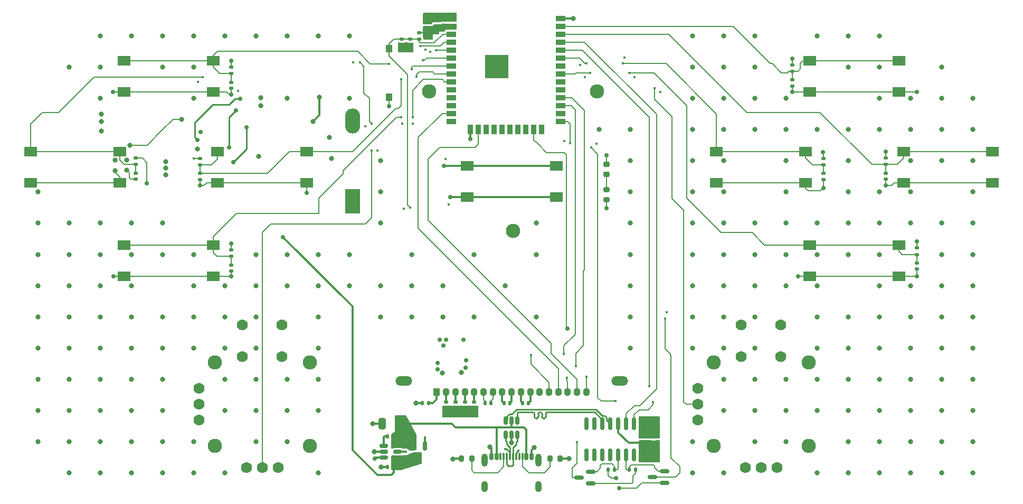
<source format=gbr>
%TF.GenerationSoftware,KiCad,Pcbnew,8.0.5*%
%TF.CreationDate,2025-03-17T23:34:23-04:00*%
%TF.ProjectId,Remote_Controller,52656d6f-7465-45f4-936f-6e74726f6c6c,rev?*%
%TF.SameCoordinates,Original*%
%TF.FileFunction,Copper,L1,Top*%
%TF.FilePolarity,Positive*%
%FSLAX46Y46*%
G04 Gerber Fmt 4.6, Leading zero omitted, Abs format (unit mm)*
G04 Created by KiCad (PCBNEW 8.0.5) date 2025-03-17 23:34:23*
%MOMM*%
%LPD*%
G01*
G04 APERTURE LIST*
G04 Aperture macros list*
%AMRoundRect*
0 Rectangle with rounded corners*
0 $1 Rounding radius*
0 $2 $3 $4 $5 $6 $7 $8 $9 X,Y pos of 4 corners*
0 Add a 4 corners polygon primitive as box body*
4,1,4,$2,$3,$4,$5,$6,$7,$8,$9,$2,$3,0*
0 Add four circle primitives for the rounded corners*
1,1,$1+$1,$2,$3*
1,1,$1+$1,$4,$5*
1,1,$1+$1,$6,$7*
1,1,$1+$1,$8,$9*
0 Add four rect primitives between the rounded corners*
20,1,$1+$1,$2,$3,$4,$5,0*
20,1,$1+$1,$4,$5,$6,$7,0*
20,1,$1+$1,$6,$7,$8,$9,0*
20,1,$1+$1,$8,$9,$2,$3,0*%
G04 Aperture macros list end*
%TA.AperFunction,SMDPad,CuDef*%
%ADD10RoundRect,0.140000X-0.170000X0.140000X-0.170000X-0.140000X0.170000X-0.140000X0.170000X0.140000X0*%
%TD*%
%TA.AperFunction,SMDPad,CuDef*%
%ADD11RoundRect,0.140000X0.170000X-0.140000X0.170000X0.140000X-0.170000X0.140000X-0.170000X-0.140000X0*%
%TD*%
%TA.AperFunction,SMDPad,CuDef*%
%ADD12R,2.000000X1.500000*%
%TD*%
%TA.AperFunction,SMDPad,CuDef*%
%ADD13RoundRect,0.135000X0.185000X-0.135000X0.185000X0.135000X-0.185000X0.135000X-0.185000X-0.135000X0*%
%TD*%
%TA.AperFunction,SMDPad,CuDef*%
%ADD14RoundRect,0.140000X0.140000X0.170000X-0.140000X0.170000X-0.140000X-0.170000X0.140000X-0.170000X0*%
%TD*%
%TA.AperFunction,SMDPad,CuDef*%
%ADD15RoundRect,0.135000X0.135000X0.185000X-0.135000X0.185000X-0.135000X-0.185000X0.135000X-0.185000X0*%
%TD*%
%TA.AperFunction,SMDPad,CuDef*%
%ADD16RoundRect,0.150000X-0.150000X0.587500X-0.150000X-0.587500X0.150000X-0.587500X0.150000X0.587500X0*%
%TD*%
%TA.AperFunction,SMDPad,CuDef*%
%ADD17RoundRect,0.225000X0.250000X-0.225000X0.250000X0.225000X-0.250000X0.225000X-0.250000X-0.225000X0*%
%TD*%
%TA.AperFunction,SMDPad,CuDef*%
%ADD18RoundRect,0.150000X-0.512500X-0.150000X0.512500X-0.150000X0.512500X0.150000X-0.512500X0.150000X0*%
%TD*%
%TA.AperFunction,SMDPad,CuDef*%
%ADD19RoundRect,0.150000X-0.150000X0.825000X-0.150000X-0.825000X0.150000X-0.825000X0.150000X0.825000X0*%
%TD*%
%TA.AperFunction,SMDPad,CuDef*%
%ADD20R,1.000000X1.250000*%
%TD*%
%TA.AperFunction,ComponentPad*%
%ADD21C,1.778000*%
%TD*%
%TA.AperFunction,ComponentPad*%
%ADD22C,2.286000*%
%TD*%
%TA.AperFunction,SMDPad,CuDef*%
%ADD23RoundRect,0.200000X0.200000X0.275000X-0.200000X0.275000X-0.200000X-0.275000X0.200000X-0.275000X0*%
%TD*%
%TA.AperFunction,ComponentPad*%
%ADD24R,1.100000X1.300000*%
%TD*%
%TA.AperFunction,ComponentPad*%
%ADD25O,1.100000X1.300000*%
%TD*%
%TA.AperFunction,ComponentPad*%
%ADD26O,2.700000X1.500000*%
%TD*%
%TA.AperFunction,SMDPad,CuDef*%
%ADD27RoundRect,0.200000X-0.275000X0.200000X-0.275000X-0.200000X0.275000X-0.200000X0.275000X0.200000X0*%
%TD*%
%TA.AperFunction,SMDPad,CuDef*%
%ADD28RoundRect,0.150000X-0.150000X-0.425000X0.150000X-0.425000X0.150000X0.425000X-0.150000X0.425000X0*%
%TD*%
%TA.AperFunction,SMDPad,CuDef*%
%ADD29RoundRect,0.075000X-0.075000X-0.500000X0.075000X-0.500000X0.075000X0.500000X-0.075000X0.500000X0*%
%TD*%
%TA.AperFunction,ComponentPad*%
%ADD30O,1.000000X2.100000*%
%TD*%
%TA.AperFunction,ComponentPad*%
%ADD31O,1.000000X1.800000*%
%TD*%
%TA.AperFunction,SMDPad,CuDef*%
%ADD32RoundRect,0.150000X0.587500X0.150000X-0.587500X0.150000X-0.587500X-0.150000X0.587500X-0.150000X0*%
%TD*%
%TA.AperFunction,SMDPad,CuDef*%
%ADD33RoundRect,0.140000X-0.140000X-0.170000X0.140000X-0.170000X0.140000X0.170000X-0.140000X0.170000X0*%
%TD*%
%TA.AperFunction,SMDPad,CuDef*%
%ADD34RoundRect,0.135000X-0.185000X0.135000X-0.185000X-0.135000X0.185000X-0.135000X0.185000X0.135000X0*%
%TD*%
%TA.AperFunction,SMDPad,CuDef*%
%ADD35RoundRect,0.250000X0.325000X0.650000X-0.325000X0.650000X-0.325000X-0.650000X0.325000X-0.650000X0*%
%TD*%
%TA.AperFunction,SMDPad,CuDef*%
%ADD36RoundRect,0.135000X-0.135000X-0.185000X0.135000X-0.185000X0.135000X0.185000X-0.135000X0.185000X0*%
%TD*%
%TA.AperFunction,SMDPad,CuDef*%
%ADD37R,1.500000X0.900000*%
%TD*%
%TA.AperFunction,SMDPad,CuDef*%
%ADD38R,0.900000X1.500000*%
%TD*%
%TA.AperFunction,SMDPad,CuDef*%
%ADD39R,0.900000X0.900000*%
%TD*%
%TA.AperFunction,HeatsinkPad*%
%ADD40C,0.600000*%
%TD*%
%TA.AperFunction,SMDPad,CuDef*%
%ADD41R,3.800000X3.800000*%
%TD*%
%TA.AperFunction,SMDPad,CuDef*%
%ADD42RoundRect,0.218750X0.256250X-0.218750X0.256250X0.218750X-0.256250X0.218750X-0.256250X-0.218750X0*%
%TD*%
%TA.AperFunction,SMDPad,CuDef*%
%ADD43RoundRect,0.200000X-0.200000X-0.275000X0.200000X-0.275000X0.200000X0.275000X-0.200000X0.275000X0*%
%TD*%
%TA.AperFunction,SMDPad,CuDef*%
%ADD44RoundRect,0.150000X0.150000X-0.512500X0.150000X0.512500X-0.150000X0.512500X-0.150000X-0.512500X0*%
%TD*%
%TA.AperFunction,WasherPad*%
%ADD45C,2.300000*%
%TD*%
%TA.AperFunction,ComponentPad*%
%ADD46R,2.410000X4.020000*%
%TD*%
%TA.AperFunction,ComponentPad*%
%ADD47O,2.410000X4.020000*%
%TD*%
%TA.AperFunction,ViaPad*%
%ADD48C,0.800000*%
%TD*%
%TA.AperFunction,ViaPad*%
%ADD49C,0.450000*%
%TD*%
%TA.AperFunction,ViaPad*%
%ADD50C,0.700000*%
%TD*%
%TA.AperFunction,Conductor*%
%ADD51C,0.150000*%
%TD*%
%TA.AperFunction,Conductor*%
%ADD52C,0.300000*%
%TD*%
%TA.AperFunction,Conductor*%
%ADD53C,0.250000*%
%TD*%
%TA.AperFunction,Conductor*%
%ADD54C,0.267200*%
%TD*%
G04 APERTURE END LIST*
D10*
%TO.P,C313,1*%
%TO.N,CONNECT_BT*%
X96000000Y-57410000D03*
%TO.P,C313,2*%
%TO.N,+3V3*%
X96000000Y-58370000D03*
%TD*%
D11*
%TO.P,C304,1*%
%TO.N,GND*%
X132000000Y-109650000D03*
%TO.P,C304,2*%
%TO.N,/[3] User Interface/LV2*%
X132000000Y-108690000D03*
%TD*%
D12*
%TO.P,SW304,1,1*%
%TO.N,LOCK_ROBOT*%
X188850000Y-83500000D03*
X203150000Y-83500000D03*
%TO.P,SW304,2,2*%
%TO.N,+3V3*%
X188850000Y-88500000D03*
X203150000Y-88500000D03*
%TD*%
D11*
%TO.P,C305,1*%
%TO.N,GND*%
X133500000Y-109650000D03*
%TO.P,C305,2*%
%TO.N,/[3] User Interface/LV3*%
X133500000Y-108690000D03*
%TD*%
D13*
%TO.P,R302,1*%
%TO.N,RECORD_DATA*%
X190980000Y-70630000D03*
%TO.P,R302,2*%
%TO.N,GND*%
X190980000Y-69610000D03*
%TD*%
D10*
%TO.P,C312,1*%
%TO.N,LOCK_ROBOT*%
X206000000Y-86410000D03*
%TO.P,C312,2*%
%TO.N,+3V3*%
X206000000Y-87370000D03*
%TD*%
%TO.P,C203,1*%
%TO.N,/[2] Microcontroller And Bluetooth/ENABLE*%
X123400000Y-50520000D03*
%TO.P,C203,2*%
%TO.N,GND*%
X123400000Y-51480000D03*
%TD*%
D14*
%TO.P,C301,1*%
%TO.N,GND*%
X143730000Y-108850000D03*
%TO.P,C301,2*%
%TO.N,/[3] User Interface/LVOUT*%
X142770000Y-108850000D03*
%TD*%
D11*
%TO.P,C303,1*%
%TO.N,GND*%
X130500000Y-109650000D03*
%TO.P,C303,2*%
%TO.N,/[3] User Interface/LV1*%
X130500000Y-108690000D03*
%TD*%
D15*
%TO.P,R205,1*%
%TO.N,/[2] Microcontroller And Bluetooth/DTR*%
X157525000Y-119500000D03*
%TO.P,R205,2*%
%TO.N,/[2] Microcontroller And Bluetooth/DTR_R*%
X156505000Y-119500000D03*
%TD*%
D13*
%TO.P,R307,1*%
%TO.N,FUNC_7*%
X91000000Y-70630000D03*
%TO.P,R307,2*%
%TO.N,GND*%
X91000000Y-69610000D03*
%TD*%
D10*
%TO.P,C316,1*%
%TO.N,FUNC_8*%
X96000000Y-86725000D03*
%TO.P,C316,2*%
%TO.N,+3V3*%
X96000000Y-87685000D03*
%TD*%
D12*
%TO.P,SW307,1,1*%
%TO.N,FUNC_7*%
X93850000Y-68500000D03*
X108150000Y-68500000D03*
%TO.P,SW307,2,2*%
%TO.N,+3V3*%
X93850000Y-73500000D03*
X108150000Y-73500000D03*
%TD*%
D13*
%TO.P,R301,1*%
%TO.N,SAVE_DATA*%
X186000000Y-55630000D03*
%TO.P,R301,2*%
%TO.N,GND*%
X186000000Y-54610000D03*
%TD*%
D10*
%TO.P,C314,1*%
%TO.N,FUNC_6*%
X80720000Y-72000000D03*
%TO.P,C314,2*%
%TO.N,+3V3*%
X80720000Y-72960000D03*
%TD*%
D16*
%TO.P,Q103,1,G*%
%TO.N,/[1] Power/GATE_U*%
X127137500Y-115662500D03*
%TO.P,Q103,2,S*%
%TO.N,VBUS*%
X125237500Y-115662500D03*
%TO.P,Q103,3,D*%
%TO.N,VCC*%
X126187500Y-117537500D03*
%TD*%
D17*
%TO.P,C201,1*%
%TO.N,+3V3*%
X127700000Y-49075000D03*
%TO.P,C201,2*%
%TO.N,GND*%
X127700000Y-47525000D03*
%TD*%
D10*
%TO.P,C315,1*%
%TO.N,FUNC_7*%
X91000000Y-72040000D03*
%TO.P,C315,2*%
%TO.N,+3V3*%
X91000000Y-73000000D03*
%TD*%
D14*
%TO.P,C113,1*%
%TO.N,VBUS*%
X122080000Y-114137500D03*
%TO.P,C113,2*%
%TO.N,/[1] Power/VCAP_U*%
X121120000Y-114137500D03*
%TD*%
D10*
%TO.P,C309,1*%
%TO.N,SAVE_DATA*%
X186000000Y-57040000D03*
%TO.P,C309,2*%
%TO.N,+3V3*%
X186000000Y-58000000D03*
%TD*%
D12*
%TO.P,SW303,1,1*%
%TO.N,STOP_ROBOT*%
X203850000Y-68500000D03*
X218150000Y-68500000D03*
%TO.P,SW303,2,2*%
%TO.N,+3V3*%
X203850000Y-73500000D03*
X218150000Y-73500000D03*
%TD*%
D18*
%TO.P,U104,1,VCAP*%
%TO.N,/[1] Power/VCAP_U*%
X120462500Y-115687500D03*
%TO.P,U104,2,GND*%
%TO.N,GND*%
X120462500Y-116637500D03*
%TO.P,U104,3,EN*%
%TO.N,VBUS*%
X120462500Y-117587500D03*
%TO.P,U104,4,CATHODE*%
%TO.N,VCC*%
X122737500Y-117587500D03*
%TO.P,U104,5,GATE*%
%TO.N,/[1] Power/GATE_U*%
X122737500Y-116637500D03*
%TO.P,U104,6,ANODE*%
%TO.N,VBUS*%
X122737500Y-115687500D03*
%TD*%
D19*
%TO.P,U203,1,GND*%
%TO.N,GND*%
X161910000Y-112150000D03*
%TO.P,U203,2,TXD*%
%TO.N,/[2] Microcontroller And Bluetooth/UART_RX*%
X160640000Y-112150000D03*
%TO.P,U203,3,RXD*%
%TO.N,/[2] Microcontroller And Bluetooth/UART_TX*%
X159370000Y-112150000D03*
%TO.P,U203,4,V3*%
%TO.N,+3V3*%
X158100000Y-112150000D03*
%TO.P,U203,5,UD+*%
%TO.N,/[2] Microcontroller And Bluetooth/D+*%
X156830000Y-112150000D03*
%TO.P,U203,6,UD-*%
%TO.N,/[2] Microcontroller And Bluetooth/D-*%
X155560000Y-112150000D03*
%TO.P,U203,7,NC*%
%TO.N,unconnected-(U203-NC-Pad7)*%
X154290000Y-112150000D03*
%TO.P,U203,8,NC*%
%TO.N,unconnected-(U203-NC-Pad8)*%
X153020000Y-112150000D03*
%TO.P,U203,9,~{CTS}*%
%TO.N,unconnected-(U203-~{CTS}-Pad9)*%
X153020000Y-117100000D03*
%TO.P,U203,10,~{DSR}*%
%TO.N,unconnected-(U203-~{DSR}-Pad10)*%
X154290000Y-117100000D03*
%TO.P,U203,11,~{RI}*%
%TO.N,unconnected-(U203-~{RI}-Pad11)*%
X155560000Y-117100000D03*
%TO.P,U203,12,~{DCD}*%
%TO.N,unconnected-(U203-~{DCD}-Pad12)*%
X156830000Y-117100000D03*
%TO.P,U203,13,~{DTR}*%
%TO.N,/[2] Microcontroller And Bluetooth/DTR*%
X158100000Y-117100000D03*
%TO.P,U203,14,~{RTS}*%
%TO.N,/[2] Microcontroller And Bluetooth/RTS*%
X159370000Y-117100000D03*
%TO.P,U203,15,R232*%
%TO.N,unconnected-(U203-R232-Pad15)*%
X160640000Y-117100000D03*
%TO.P,U203,16,VCC*%
%TO.N,+3V3*%
X161910000Y-117100000D03*
%TD*%
D20*
%TO.P,SW201,1,1*%
%TO.N,GND*%
X121300000Y-59775000D03*
%TO.P,SW201,2,2*%
%TO.N,/[2] Microcontroller And Bluetooth/ENABLE*%
X121300000Y-52025000D03*
%TD*%
D10*
%TO.P,C310,1*%
%TO.N,RECORD_DATA*%
X191000000Y-72040000D03*
%TO.P,C310,2*%
%TO.N,+3V3*%
X191000000Y-73000000D03*
%TD*%
D14*
%TO.P,C111,1*%
%TO.N,VCC*%
X122080000Y-119037500D03*
%TO.P,C111,2*%
%TO.N,GND*%
X121120000Y-119037500D03*
%TD*%
D21*
%TO.P,JS302,B1A,SEL+*%
%TO.N,unconnected-(JS302-SEL+-PadB1A)*%
X177825000Y-96300000D03*
%TO.P,JS302,B1B*%
%TO.N,N/C*%
X184175000Y-96300000D03*
%TO.P,JS302,B2A,SEL-*%
%TO.N,GND*%
X177825000Y-101380000D03*
%TO.P,JS302,B2B*%
%TO.N,N/C*%
X184175000Y-101380000D03*
%TO.P,JS302,H1,H+*%
%TO.N,unconnected-(JS302-H+-PadH1)*%
X178460000Y-119160000D03*
%TO.P,JS302,H2,H*%
%TO.N,unconnected-(JS302-H-PadH2)*%
X181000000Y-119160000D03*
%TO.P,JS302,H3,H-*%
%TO.N,unconnected-(JS302-H--PadH3)*%
X183540000Y-119160000D03*
D22*
%TO.P,JS302,S1,SHIELD*%
%TO.N,unconnected-(JS302-SHIELD-PadS1)*%
X173380000Y-102332500D03*
%TO.P,JS302,S2,SHIELD_1*%
%TO.N,unconnected-(JS302-SHIELD_1-PadS2)*%
X173380000Y-115667500D03*
%TO.P,JS302,S3,SHIELD_2*%
%TO.N,unconnected-(JS302-SHIELD_2-PadS3)*%
X188620000Y-115667500D03*
%TO.P,JS302,S4,SHIELD_3*%
%TO.N,unconnected-(JS302-SHIELD_3-PadS4)*%
X188620000Y-102332500D03*
D21*
%TO.P,JS302,V1,V+*%
%TO.N,+3V3*%
X170840000Y-106460000D03*
%TO.P,JS302,V2,V*%
%TO.N,RIGHT_STICK*%
X170840000Y-109000000D03*
%TO.P,JS302,V3,V-*%
%TO.N,GND*%
X170840000Y-111540000D03*
%TD*%
D23*
%TO.P,R202,1*%
%TO.N,Net-(J201-CC1)*%
X134605000Y-117762500D03*
%TO.P,R202,2*%
%TO.N,GND*%
X132955000Y-117762500D03*
%TD*%
D13*
%TO.P,R306,1*%
%TO.N,FUNC_6*%
X80720000Y-70590000D03*
%TO.P,R306,2*%
%TO.N,GND*%
X80720000Y-69570000D03*
%TD*%
D24*
%TO.P,U301,1,V0*%
%TO.N,/[3] User Interface/LV0*%
X129000000Y-107082500D03*
D25*
%TO.P,U301,2,V1*%
%TO.N,/[3] User Interface/LV1*%
X130500000Y-107082500D03*
%TO.P,U301,3,V2*%
%TO.N,/[3] User Interface/LV2*%
X132000000Y-107082500D03*
%TO.P,U301,4,V3*%
%TO.N,/[3] User Interface/LV3*%
X133500000Y-107082500D03*
%TO.P,U301,5,V4*%
%TO.N,/[3] User Interface/LV4*%
X135000000Y-107082500D03*
%TO.P,U301,6,C2-*%
%TO.N,/[3] User Interface/LC2-*%
X136500000Y-107082500D03*
%TO.P,U301,7,C2+*%
%TO.N,/[3] User Interface/LC2+*%
X138000000Y-107082500D03*
%TO.P,U301,8,C1+*%
%TO.N,/[3] User Interface/LC1+*%
X139500000Y-107082500D03*
%TO.P,U301,9,C1-*%
%TO.N,/[3] User Interface/LC1-*%
X141000000Y-107082500D03*
%TO.P,U301,10,VOUT*%
%TO.N,/[3] User Interface/LVOUT*%
X142500000Y-107082500D03*
%TO.P,U301,11,VSS*%
%TO.N,GND*%
X144000000Y-107082500D03*
%TO.P,U301,12,VDD*%
%TO.N,+3V0*%
X145500000Y-107082500D03*
%TO.P,U301,13,SI*%
%TO.N,SPI_COPI*%
X147000000Y-107082500D03*
%TO.P,U301,14,SCL*%
%TO.N,SPI_CLK*%
X148500000Y-107082500D03*
%TO.P,U301,15,A0*%
%TO.N,REGISTER_SELECT*%
X150000000Y-107082500D03*
%TO.P,U301,16,/RST*%
%TO.N,{slash}RESET*%
X151500000Y-107082500D03*
%TO.P,U301,17,/CS1*%
%TO.N,{slash}CHIP_SELECT*%
X153000000Y-107082500D03*
D26*
%TO.P,U301,18,LED+*%
%TO.N,+3V0*%
X123700000Y-105282500D03*
%TO.P,U301,19,LED-*%
%TO.N,GND*%
X158300000Y-105282500D03*
%TD*%
D13*
%TO.P,R308,1*%
%TO.N,FUNC_8*%
X96000000Y-85315000D03*
%TO.P,R308,2*%
%TO.N,GND*%
X96000000Y-84295000D03*
%TD*%
D27*
%TO.P,R104,1*%
%TO.N,/[1] Power/POW_IND_LED_R*%
X156200000Y-74605000D03*
%TO.P,R104,2*%
%TO.N,GND*%
X156200000Y-76255000D03*
%TD*%
D28*
%TO.P,J201,A1,GND*%
%TO.N,GND*%
X137780000Y-117425000D03*
%TO.P,J201,A4,VBUS*%
%TO.N,VBUS*%
X138580000Y-117425000D03*
D29*
%TO.P,J201,A5,CC1*%
%TO.N,Net-(J201-CC1)*%
X139730000Y-117425000D03*
%TO.P,J201,A6,D+*%
%TO.N,/[2] Microcontroller And Bluetooth/D_RAW+*%
X140730000Y-117425000D03*
%TO.P,J201,A7,D-*%
%TO.N,/[2] Microcontroller And Bluetooth/D_RAW-*%
X141230000Y-117425000D03*
%TO.P,J201,A8,SBU1*%
%TO.N,unconnected-(J201-SBU1-PadA8)*%
X142230000Y-117425000D03*
D28*
%TO.P,J201,A9,VBUS*%
%TO.N,VBUS*%
X143380000Y-117425000D03*
%TO.P,J201,A12,GND*%
%TO.N,GND*%
X144180000Y-117425000D03*
%TO.P,J201,B1,GND*%
X144180000Y-117425000D03*
%TO.P,J201,B4,VBUS*%
%TO.N,VBUS*%
X143380000Y-117425000D03*
D29*
%TO.P,J201,B5,CC2*%
%TO.N,Net-(J201-CC2)*%
X142730000Y-117425000D03*
%TO.P,J201,B6,D+*%
%TO.N,/[2] Microcontroller And Bluetooth/D_RAW+*%
X141730000Y-117425000D03*
%TO.P,J201,B7,D-*%
%TO.N,/[2] Microcontroller And Bluetooth/D_RAW-*%
X140230000Y-117425000D03*
%TO.P,J201,B8,SBU2*%
%TO.N,unconnected-(J201-SBU2-PadB8)*%
X139230000Y-117425000D03*
D28*
%TO.P,J201,B9,VBUS*%
%TO.N,VBUS*%
X138580000Y-117425000D03*
%TO.P,J201,B12,GND*%
%TO.N,GND*%
X137780000Y-117425000D03*
D30*
%TO.P,J201,S1,SHIELD*%
%TO.N,unconnected-(J201-SHIELD-PadS1)_2*%
X136660000Y-118000000D03*
D31*
%TO.N,unconnected-(J201-SHIELD-PadS1)*%
X136660000Y-122180000D03*
D30*
%TO.N,unconnected-(J201-SHIELD-PadS1)_3*%
X145300000Y-118000000D03*
D31*
%TO.N,unconnected-(J201-SHIELD-PadS1)_1*%
X145300000Y-122180000D03*
%TD*%
D32*
%TO.P,Q202,1,B*%
%TO.N,/[2] Microcontroller And Bluetooth/DTR_R*%
X165497500Y-121650000D03*
%TO.P,Q202,2,E*%
%TO.N,/[2] Microcontroller And Bluetooth/RTS*%
X165497500Y-119750000D03*
%TO.P,Q202,3,C*%
%TO.N,/[2] Microcontroller And Bluetooth/ENABLE*%
X163622500Y-120700000D03*
%TD*%
D12*
%TO.P,SW101,1,A*%
%TO.N,/[1] Power/PWR_SW_CAP*%
X148150000Y-75800000D03*
X133850000Y-75800000D03*
%TO.P,SW101,2,B*%
%TO.N,/[1] Power/PW_SW_R*%
X148150000Y-70800000D03*
X133850000Y-70800000D03*
%TD*%
D33*
%TO.P,C308,1*%
%TO.N,/[3] User Interface/LC1+*%
X139770000Y-108850000D03*
%TO.P,C308,2*%
%TO.N,/[3] User Interface/LC1-*%
X140730000Y-108850000D03*
%TD*%
D11*
%TO.P,C306,1*%
%TO.N,GND*%
X135000000Y-109650000D03*
%TO.P,C306,2*%
%TO.N,/[3] User Interface/LV4*%
X135000000Y-108690000D03*
%TD*%
D13*
%TO.P,R303,1*%
%TO.N,STOP_ROBOT*%
X201000000Y-70590000D03*
%TO.P,R303,2*%
%TO.N,GND*%
X201000000Y-69570000D03*
%TD*%
%TO.P,R305,1*%
%TO.N,CONNECT_BT*%
X96000000Y-56000000D03*
%TO.P,R305,2*%
%TO.N,GND*%
X96000000Y-54980000D03*
%TD*%
D33*
%TO.P,C307,1*%
%TO.N,/[3] User Interface/LC2-*%
X136760000Y-108850000D03*
%TO.P,C307,2*%
%TO.N,/[3] User Interface/LC2+*%
X137720000Y-108850000D03*
%TD*%
D21*
%TO.P,JS301,B1A,SEL+*%
%TO.N,unconnected-(JS301-SEL+-PadB1A)*%
X97825000Y-96300000D03*
%TO.P,JS301,B1B*%
%TO.N,N/C*%
X104175000Y-96300000D03*
%TO.P,JS301,B2A,SEL-*%
%TO.N,GND*%
X97825000Y-101380000D03*
%TO.P,JS301,B2B*%
%TO.N,N/C*%
X104175000Y-101380000D03*
%TO.P,JS301,H1,H+*%
%TO.N,+3V3*%
X98460000Y-119160000D03*
%TO.P,JS301,H2,H*%
%TO.N,LEFT_STICK*%
X101000000Y-119160000D03*
%TO.P,JS301,H3,H-*%
%TO.N,GND*%
X103540000Y-119160000D03*
D22*
%TO.P,JS301,S1,SHIELD*%
%TO.N,unconnected-(JS301-SHIELD-PadS1)*%
X93380000Y-102332500D03*
%TO.P,JS301,S2,SHIELD_1*%
%TO.N,unconnected-(JS301-SHIELD_1-PadS2)*%
X93380000Y-115667500D03*
%TO.P,JS301,S3,SHIELD_2*%
%TO.N,unconnected-(JS301-SHIELD_2-PadS3)*%
X108620000Y-115667500D03*
%TO.P,JS301,S4,SHIELD_3*%
%TO.N,unconnected-(JS301-SHIELD_3-PadS4)*%
X108620000Y-102332500D03*
D21*
%TO.P,JS301,V1,V+*%
%TO.N,unconnected-(JS301-V+-PadV1)*%
X90840000Y-106460000D03*
%TO.P,JS301,V2,V*%
%TO.N,unconnected-(JS301-V-PadV2)*%
X90840000Y-109000000D03*
%TO.P,JS301,V3,V-*%
%TO.N,unconnected-(JS301-V--PadV3)*%
X90840000Y-111540000D03*
%TD*%
D34*
%TO.P,R201,1*%
%TO.N,+3V3*%
X126200000Y-49490000D03*
%TO.P,R201,2*%
%TO.N,/[2] Microcontroller And Bluetooth/ENABLE*%
X126200000Y-50510000D03*
%TD*%
D35*
%TO.P,C112,1*%
%TO.N,VBUS*%
X123175000Y-112137500D03*
%TO.P,C112,2*%
%TO.N,GND*%
X120225000Y-112137500D03*
%TD*%
D36*
%TO.P,R204,1*%
%TO.N,/[2] Microcontroller And Bluetooth/RTS*%
X159840000Y-119500000D03*
%TO.P,R204,2*%
%TO.N,/[2] Microcontroller And Bluetooth/RTS_R*%
X160860000Y-119500000D03*
%TD*%
D12*
%TO.P,SW306,1,1*%
%TO.N,FUNC_6*%
X63850000Y-68500000D03*
X78150000Y-68500000D03*
%TO.P,SW306,2,2*%
%TO.N,+3V3*%
X63850000Y-73500000D03*
X78150000Y-73500000D03*
%TD*%
%TO.P,SW302,1,1*%
%TO.N,RECORD_DATA*%
X173850000Y-68500000D03*
X188150000Y-68500000D03*
%TO.P,SW302,2,2*%
%TO.N,+3V3*%
X173850000Y-73500000D03*
X188150000Y-73500000D03*
%TD*%
D10*
%TO.P,C204,1*%
%TO.N,/[2] Microcontroller And Bluetooth/ENABLE*%
X124700000Y-50520000D03*
%TO.P,C204,2*%
%TO.N,GND*%
X124700000Y-51480000D03*
%TD*%
D12*
%TO.P,SW305,1,1*%
%TO.N,CONNECT_BT*%
X78850000Y-54000000D03*
X93150000Y-54000000D03*
%TO.P,SW305,2,2*%
%TO.N,+3V3*%
X78850000Y-59000000D03*
X93150000Y-59000000D03*
%TD*%
%TO.P,SW301,1,1*%
%TO.N,SAVE_DATA*%
X188850000Y-54000000D03*
X203150000Y-54000000D03*
%TO.P,SW301,2,2*%
%TO.N,+3V3*%
X188850000Y-59000000D03*
X203150000Y-59000000D03*
%TD*%
D33*
%TO.P,C302,1*%
%TO.N,GND*%
X126690000Y-108800000D03*
%TO.P,C302,2*%
%TO.N,/[3] User Interface/LV0*%
X127650000Y-108800000D03*
%TD*%
D12*
%TO.P,SW308,1,1*%
%TO.N,FUNC_8*%
X78850000Y-83500000D03*
X93150000Y-83500000D03*
%TO.P,SW308,2,2*%
%TO.N,+3V3*%
X78850000Y-88500000D03*
X93150000Y-88500000D03*
%TD*%
D37*
%TO.P,U202,1,GND*%
%TO.N,GND*%
X131330000Y-47180000D03*
%TO.P,U202,2,VDD*%
%TO.N,+3V3*%
X131330000Y-48450000D03*
%TO.P,U202,3,EN*%
%TO.N,/[2] Microcontroller And Bluetooth/ENABLE*%
X131330000Y-49720000D03*
%TO.P,U202,4,SENSOR_VP*%
%TO.N,LEFT_STICK*%
X131330000Y-50990000D03*
%TO.P,U202,5,SENSOR_VN*%
%TO.N,RIGHT_STICK*%
X131330000Y-52260000D03*
%TO.P,U202,6,IO34*%
%TO.N,CONNECT_BT*%
X131330000Y-53530000D03*
%TO.P,U202,7,IO35*%
%TO.N,FUNC_6*%
X131330000Y-54800000D03*
%TO.P,U202,8,IO32*%
%TO.N,FUNC_7*%
X131330000Y-56070000D03*
%TO.P,U202,9,IO33*%
%TO.N,FUNC_8*%
X131330000Y-57340000D03*
%TO.P,U202,10,IO25*%
%TO.N,unconnected-(U202-IO25-Pad10)*%
X131330000Y-58610000D03*
%TO.P,U202,11,IO26*%
%TO.N,unconnected-(U202-IO26-Pad11)*%
X131330000Y-59880000D03*
%TO.P,U202,12,IO27*%
%TO.N,unconnected-(U202-IO27-Pad12)*%
X131330000Y-61150000D03*
%TO.P,U202,13,IO14*%
%TO.N,SPI_CLK*%
X131330000Y-62420000D03*
%TO.P,U202,14,IO12*%
%TO.N,unconnected-(U202-IO12-Pad14)*%
X131330000Y-63690000D03*
D38*
%TO.P,U202,15,GND*%
%TO.N,GND*%
X134370000Y-64940000D03*
%TO.P,U202,16,IO13*%
%TO.N,{slash}RESET*%
X135640000Y-64940000D03*
%TO.P,U202,17,NC*%
%TO.N,unconnected-(U202-NC-Pad17)*%
X136910000Y-64940000D03*
%TO.P,U202,18,NC*%
%TO.N,unconnected-(U202-NC-Pad18)*%
X138180000Y-64940000D03*
%TO.P,U202,19,NC*%
%TO.N,unconnected-(U202-NC-Pad19)*%
X139450000Y-64940000D03*
%TO.P,U202,20,NC*%
%TO.N,unconnected-(U202-NC-Pad20)*%
X140720000Y-64940000D03*
%TO.P,U202,21,NC*%
%TO.N,unconnected-(U202-NC-Pad21)*%
X141990000Y-64940000D03*
%TO.P,U202,22,NC*%
%TO.N,unconnected-(U202-NC-Pad22)*%
X143260000Y-64940000D03*
%TO.P,U202,23,IO15*%
%TO.N,{slash}CHIP_SELECT*%
X144530000Y-64940000D03*
%TO.P,U202,24,IO2*%
%TO.N,unconnected-(U202-IO2-Pad24)*%
X145800000Y-64940000D03*
D37*
%TO.P,U202,25,IO0*%
%TO.N,/[2] Microcontroller And Bluetooth/IO0*%
X148830000Y-63690000D03*
%TO.P,U202,26,IO4*%
%TO.N,unconnected-(U202-IO4-Pad26)*%
X148830000Y-62420000D03*
%TO.P,U202,27,IO16*%
%TO.N,SPI_COPI*%
X148830000Y-61150000D03*
%TO.P,U202,28,IO17*%
%TO.N,REGISTER_SELECT*%
X148830000Y-59880000D03*
%TO.P,U202,29,IO5*%
%TO.N,unconnected-(U202-IO5-Pad29)*%
X148830000Y-58610000D03*
%TO.P,U202,30,IO18*%
%TO.N,unconnected-(U202-IO18-Pad30)*%
X148830000Y-57340000D03*
%TO.P,U202,31,IO19*%
%TO.N,LOCK_ROBOT*%
X148830000Y-56070000D03*
%TO.P,U202,32,NC*%
%TO.N,unconnected-(U202-NC-Pad32)*%
X148830000Y-54800000D03*
%TO.P,U202,33,IO21*%
%TO.N,RECORD_DATA*%
X148830000Y-53530000D03*
%TO.P,U202,34,RXD0/IO3*%
%TO.N,/[2] Microcontroller And Bluetooth/UART_RX*%
X148830000Y-52260000D03*
%TO.P,U202,35,TXD0/IO1*%
%TO.N,/[2] Microcontroller And Bluetooth/UART_TX*%
X148830000Y-50990000D03*
%TO.P,U202,36,IO22*%
%TO.N,STOP_ROBOT*%
X148830000Y-49720000D03*
%TO.P,U202,37,IO23*%
%TO.N,SAVE_DATA*%
X148830000Y-48450000D03*
%TO.P,U202,38,GND*%
%TO.N,GND*%
X148830000Y-47180000D03*
D39*
%TO.P,U202,39,GND*%
X137180000Y-53500000D03*
D40*
X137180000Y-54200000D03*
D39*
X137180000Y-54900000D03*
D40*
X137180000Y-55600000D03*
D39*
X137180000Y-56300000D03*
D40*
X137880000Y-53500000D03*
X137880000Y-54900000D03*
X137880000Y-56300000D03*
X138555000Y-54200000D03*
X138555000Y-55600000D03*
D39*
X138580000Y-53500000D03*
X138580000Y-54900000D03*
D41*
X138580000Y-54900000D03*
D39*
X138580000Y-56300000D03*
D40*
X139280000Y-53500000D03*
X139280000Y-54900000D03*
X139280000Y-56300000D03*
D39*
X139980000Y-53500000D03*
D40*
X139980000Y-54200000D03*
D39*
X139980000Y-54900000D03*
D40*
X139980000Y-55600000D03*
D39*
X139980000Y-56300000D03*
%TD*%
D32*
%TO.P,Q201,1,B*%
%TO.N,/[2] Microcontroller And Bluetooth/RTS_R*%
X153660000Y-121700000D03*
%TO.P,Q201,2,E*%
%TO.N,/[2] Microcontroller And Bluetooth/DTR*%
X153660000Y-119800000D03*
%TO.P,Q201,3,C*%
%TO.N,/[2] Microcontroller And Bluetooth/IO0*%
X151785000Y-120750000D03*
%TD*%
D42*
%TO.P,D102,1,K*%
%TO.N,/[1] Power/POW_IND_LED_R*%
X156200000Y-72162500D03*
%TO.P,D102,2,A*%
%TO.N,+3V3*%
X156200000Y-70587500D03*
%TD*%
D11*
%TO.P,C206,1*%
%TO.N,+3V3*%
X163765000Y-115205000D03*
%TO.P,C206,2*%
%TO.N,GND*%
X163765000Y-114245000D03*
%TD*%
D10*
%TO.P,C311,1*%
%TO.N,STOP_ROBOT*%
X201000000Y-72000000D03*
%TO.P,C311,2*%
%TO.N,+3V3*%
X201000000Y-72960000D03*
%TD*%
D43*
%TO.P,R203,1*%
%TO.N,Net-(J201-CC2)*%
X147155000Y-117762500D03*
%TO.P,R203,2*%
%TO.N,GND*%
X148805000Y-117762500D03*
%TD*%
D11*
%TO.P,C202,1*%
%TO.N,+3V3*%
X129200000Y-48380000D03*
%TO.P,C202,2*%
%TO.N,GND*%
X129200000Y-47420000D03*
%TD*%
D13*
%TO.P,R304,1*%
%TO.N,LOCK_ROBOT*%
X206000000Y-85000000D03*
%TO.P,R304,2*%
%TO.N,GND*%
X206000000Y-83980000D03*
%TD*%
D44*
%TO.P,U201,1,I/O1*%
%TO.N,/[2] Microcontroller And Bluetooth/D_RAW+*%
X140030000Y-113887500D03*
%TO.P,U201,2,GND*%
%TO.N,GND*%
X140980000Y-113887500D03*
%TO.P,U201,3,I/O2*%
%TO.N,/[2] Microcontroller And Bluetooth/D_RAW-*%
X141930000Y-113887500D03*
%TO.P,U201,4,I/O2*%
%TO.N,/[2] Microcontroller And Bluetooth/D-*%
X141930000Y-111612500D03*
%TO.P,U201,5,VBUS*%
%TO.N,VBUS*%
X140980000Y-111612500D03*
%TO.P,U201,6,I/O1*%
%TO.N,/[2] Microcontroller And Bluetooth/D+*%
X140030000Y-111612500D03*
%TD*%
D45*
%TO.P,BT101,*%
%TO.N,*%
X127770000Y-58865000D03*
X141260000Y-81215000D03*
X154740000Y-58865000D03*
D46*
%TO.P,BT101,1,+*%
%TO.N,+9V*%
X115480000Y-76485000D03*
D47*
%TO.P,BT101,2,-*%
%TO.N,GND*%
X115480000Y-63605000D03*
%TD*%
D48*
%TO.N,GND*%
X215000000Y-100000000D03*
X190000000Y-120000000D03*
X180000000Y-115000000D03*
X105000000Y-90000000D03*
X215000000Y-75000000D03*
X80000000Y-105000000D03*
X110000000Y-85000000D03*
D49*
X123425000Y-64025000D03*
D48*
X190000000Y-65000000D03*
X190000000Y-110000000D03*
X144625000Y-115950000D03*
X65000000Y-80000000D03*
X180000000Y-100000000D03*
X200000000Y-115000000D03*
X100000000Y-110000000D03*
X135000000Y-85000000D03*
X65000000Y-115000000D03*
X175000000Y-85000000D03*
X105000000Y-110000000D03*
X90000000Y-115000000D03*
X95000000Y-105000000D03*
X85000000Y-105000000D03*
X110000000Y-120000000D03*
X95000000Y-90000000D03*
X200000000Y-95000000D03*
X120000000Y-80000000D03*
X180000000Y-85000000D03*
D50*
X135000000Y-110625000D03*
D48*
X85000000Y-55000000D03*
X130000000Y-90000000D03*
X118750000Y-112150000D03*
X180000000Y-60000000D03*
D49*
X159075000Y-53450000D03*
D48*
X185000000Y-90000000D03*
D50*
X134375000Y-66500000D03*
D48*
X110000000Y-90000000D03*
X140975000Y-115150000D03*
X100000000Y-95000000D03*
X85000000Y-120000000D03*
D50*
X82500000Y-73575000D03*
X91125000Y-65375000D03*
D48*
X125000000Y-95000000D03*
X80000000Y-100000000D03*
X120000000Y-90000000D03*
X195000000Y-75000000D03*
X195000000Y-100000000D03*
X120000000Y-95000000D03*
X115000000Y-85000000D03*
X180000000Y-95000000D03*
X85000000Y-50000000D03*
X110000000Y-100000000D03*
X155000000Y-65000000D03*
D50*
X96000000Y-83250000D03*
D48*
X195000000Y-110000000D03*
X111800000Y-66225000D03*
X75000000Y-55000000D03*
X85000000Y-95000000D03*
X215000000Y-65000000D03*
X90000000Y-90000000D03*
X200000000Y-50000000D03*
D49*
X90650000Y-57350000D03*
D48*
X200000000Y-120000000D03*
X95000000Y-110000000D03*
X190000000Y-100000000D03*
X210000000Y-65000000D03*
X175000000Y-50000000D03*
X75000000Y-50000000D03*
X205000000Y-105000000D03*
D49*
X127925000Y-52550000D03*
D48*
X185000000Y-80000000D03*
X195000000Y-80000000D03*
X80000000Y-120000000D03*
X200000000Y-90000000D03*
D50*
X133675000Y-102000000D03*
D48*
X85000000Y-80000000D03*
X105000000Y-60000000D03*
X205000000Y-110000000D03*
X140000000Y-90000000D03*
X105000000Y-85000000D03*
X175000000Y-60000000D03*
X90000000Y-50000000D03*
D49*
X128200000Y-46550000D03*
D48*
X200000000Y-110000000D03*
X75000000Y-120000000D03*
X100775000Y-59900000D03*
X175000000Y-55000000D03*
X145000000Y-85000000D03*
X205000000Y-90000000D03*
D50*
X201000000Y-68525000D03*
D48*
X170000000Y-55000000D03*
D49*
X127150000Y-52175000D03*
D48*
X170000000Y-115000000D03*
X75000000Y-80000000D03*
D49*
X130375000Y-69675000D03*
D48*
X132975000Y-103950000D03*
D50*
X163750000Y-113250000D03*
D48*
X170000000Y-95000000D03*
X70000000Y-120000000D03*
X210000000Y-70000000D03*
D49*
X130900000Y-77000000D03*
D48*
X160000000Y-85000000D03*
X80000000Y-90000000D03*
D50*
X163700000Y-111325000D03*
D48*
X90000000Y-85000000D03*
D49*
X128975000Y-46625000D03*
D48*
X75000000Y-110000000D03*
D50*
X206000000Y-82925000D03*
D48*
X110000000Y-105000000D03*
X150875000Y-47175000D03*
X170000000Y-90000000D03*
X180000000Y-110000000D03*
X135000000Y-95000000D03*
X100000000Y-100000000D03*
X85500000Y-70150000D03*
X205000000Y-115000000D03*
X120075000Y-119050000D03*
X85000000Y-85000000D03*
X170000000Y-80000000D03*
X170000000Y-100000000D03*
X75000000Y-95000000D03*
D50*
X156200000Y-77587500D03*
D49*
X125125000Y-64050000D03*
D50*
X96000000Y-53975000D03*
D48*
X195000000Y-115000000D03*
D49*
X149450000Y-66850000D03*
D48*
X105000000Y-115000000D03*
X215000000Y-85000000D03*
X195000000Y-85000000D03*
X70000000Y-90000000D03*
X170000000Y-60000000D03*
D49*
X123700000Y-77700000D03*
D48*
X200000000Y-65000000D03*
X180000000Y-55000000D03*
X100000000Y-90000000D03*
X190000000Y-50000000D03*
X185000000Y-85000000D03*
X112075000Y-69650000D03*
X90000000Y-60000000D03*
X75000000Y-90000000D03*
X105000000Y-50000000D03*
X120000000Y-75000000D03*
D49*
X154625000Y-67250000D03*
D48*
X85000000Y-110000000D03*
D49*
X115600000Y-54250000D03*
D48*
X70000000Y-110000000D03*
X210000000Y-100000000D03*
X80000000Y-115000000D03*
X175000000Y-110000000D03*
X65000000Y-110000000D03*
X85500000Y-71150000D03*
D50*
X121300000Y-61275000D03*
D48*
X195000000Y-65000000D03*
X205000000Y-100000000D03*
X215000000Y-110000000D03*
X70000000Y-95000000D03*
X185000000Y-65000000D03*
X195000000Y-120000000D03*
X205000000Y-60000000D03*
X215000000Y-115000000D03*
X205000000Y-120000000D03*
X90000000Y-55000000D03*
X215000000Y-95000000D03*
X175000000Y-65000000D03*
X210000000Y-105000000D03*
D50*
X186000000Y-53650000D03*
D48*
X115000000Y-90000000D03*
X110000000Y-95000000D03*
D49*
X160725000Y-56600000D03*
D48*
X75000000Y-100000000D03*
X95000000Y-100000000D03*
D50*
X124700000Y-52250000D03*
D48*
X70000000Y-85000000D03*
X80000000Y-95000000D03*
D49*
X152000000Y-54625000D03*
D48*
X200000000Y-85000000D03*
X131600000Y-117775000D03*
X100750000Y-61175000D03*
X160000000Y-75000000D03*
X200000000Y-105000000D03*
X119000000Y-116625000D03*
X170000000Y-120000000D03*
X160000000Y-95000000D03*
X195000000Y-95000000D03*
D49*
X117550000Y-64475000D03*
D48*
X90000000Y-120000000D03*
X175000000Y-70000000D03*
X145000000Y-95000000D03*
X105000000Y-105000000D03*
X100000000Y-50000000D03*
X170000000Y-70000000D03*
X210000000Y-120000000D03*
X90000000Y-95000000D03*
X100000000Y-105000000D03*
D50*
X190975000Y-68600000D03*
D48*
X185000000Y-60000000D03*
X85500000Y-72225000D03*
D50*
X132000000Y-110625000D03*
D48*
X110000000Y-50000000D03*
X205000000Y-65000000D03*
X100000000Y-115000000D03*
X190000000Y-90000000D03*
X80000000Y-50000000D03*
X95000000Y-95000000D03*
X180000000Y-105000000D03*
D49*
X119500000Y-68350000D03*
D48*
X70000000Y-80000000D03*
X160000000Y-100000000D03*
X180000000Y-50000000D03*
X185000000Y-105000000D03*
X190000000Y-80000000D03*
X215000000Y-105000000D03*
X175000000Y-100000000D03*
X75000000Y-85000000D03*
X205000000Y-80000000D03*
X65000000Y-100000000D03*
X65000000Y-75000000D03*
X180000000Y-65000000D03*
X70000000Y-115000000D03*
X180000000Y-80000000D03*
X137525000Y-115900000D03*
X95000000Y-50000000D03*
X150200000Y-117750000D03*
D50*
X133600000Y-103175000D03*
D48*
X95000000Y-120000000D03*
X175000000Y-75000000D03*
X195000000Y-70000000D03*
D50*
X133250000Y-98675000D03*
D48*
X170000000Y-75000000D03*
X125650000Y-108800000D03*
D49*
X164825000Y-58925000D03*
D48*
X185000000Y-75000000D03*
D49*
X127250000Y-46550000D03*
D50*
X123400000Y-52250000D03*
D48*
X120000000Y-70000000D03*
X145000000Y-80000000D03*
X160000000Y-90000000D03*
X210000000Y-60000000D03*
X70000000Y-105000000D03*
X195000000Y-50000000D03*
X210000000Y-115000000D03*
X100400000Y-69325000D03*
X80000000Y-110000000D03*
X170000000Y-85000000D03*
X90000000Y-100000000D03*
X215000000Y-60000000D03*
D49*
X152775000Y-56600000D03*
D48*
X210000000Y-110000000D03*
X210000000Y-80000000D03*
X130000000Y-95000000D03*
X195000000Y-105000000D03*
X210000000Y-55000000D03*
X190000000Y-85000000D03*
X200000000Y-60000000D03*
X75000000Y-60000000D03*
D49*
X90050000Y-69600000D03*
D50*
X133500000Y-110625000D03*
D48*
X65000000Y-90000000D03*
X70000000Y-55000000D03*
X85000000Y-100000000D03*
X170000000Y-65000000D03*
D50*
X129900000Y-46675000D03*
D48*
X185000000Y-110000000D03*
X175000000Y-120000000D03*
X185000000Y-70000000D03*
X215000000Y-90000000D03*
X65000000Y-95000000D03*
X65000000Y-105000000D03*
X200000000Y-100000000D03*
X210000000Y-85000000D03*
X205000000Y-70000000D03*
X80000000Y-80000000D03*
X110000000Y-110000000D03*
D50*
X163725000Y-112225000D03*
D48*
X115000000Y-50000000D03*
X215000000Y-120000000D03*
X75000000Y-115000000D03*
X160000000Y-70000000D03*
X100000000Y-85000000D03*
X125000000Y-90000000D03*
D49*
X97150000Y-58775000D03*
D48*
X160000000Y-80000000D03*
X200000000Y-75000000D03*
X205000000Y-75000000D03*
X195000000Y-55000000D03*
X190000000Y-95000000D03*
X210000000Y-90000000D03*
X190000000Y-105000000D03*
X175000000Y-90000000D03*
X215000000Y-70000000D03*
X210000000Y-95000000D03*
D50*
X130500000Y-110625000D03*
D48*
X205000000Y-95000000D03*
X200000000Y-55000000D03*
X70000000Y-100000000D03*
X75000000Y-105000000D03*
X80000000Y-85000000D03*
D49*
X165875000Y-94250000D03*
D48*
X175000000Y-80000000D03*
X215000000Y-80000000D03*
X200000000Y-80000000D03*
X125000000Y-85000000D03*
X85000000Y-115000000D03*
X115000000Y-60000000D03*
X160000000Y-65000000D03*
X90600000Y-68100000D03*
X170000000Y-50000000D03*
X185000000Y-115000000D03*
X180000000Y-90000000D03*
X175000000Y-95000000D03*
X65000000Y-85000000D03*
X175000000Y-105000000D03*
D50*
%TO.N,VCC*%
X104362500Y-82237500D03*
%TO.N,+3V3*%
X163775000Y-116150000D03*
X187000000Y-88500000D03*
X156200000Y-69112500D03*
X201000000Y-73975000D03*
D48*
X79300000Y-71525000D03*
D49*
X130000000Y-48900000D03*
D50*
X186000000Y-58975000D03*
D48*
X75175000Y-62500000D03*
D50*
X130450000Y-98700000D03*
X127700000Y-50200000D03*
D49*
X130000000Y-48200000D03*
D48*
X79800000Y-67475000D03*
X88025000Y-63325000D03*
D50*
X163000000Y-117200000D03*
X129000000Y-49300000D03*
D48*
X75200000Y-63675000D03*
D50*
X96000000Y-88525000D03*
X77075000Y-59000000D03*
D48*
X77425000Y-69850000D03*
D50*
X206000000Y-88500000D03*
X96000000Y-59425000D03*
X191000000Y-74375000D03*
X108150000Y-75150000D03*
D48*
X79300000Y-69850000D03*
D50*
X164175000Y-117600000D03*
D48*
X77400000Y-71550000D03*
D50*
X130025000Y-99600000D03*
X91000000Y-73950000D03*
X77125000Y-88500000D03*
X129500000Y-98700000D03*
D48*
X75175000Y-65200000D03*
D50*
X206000000Y-59000000D03*
%TO.N,/[1] Power/V_Battery*%
X97425000Y-60050000D03*
X96400000Y-70225000D03*
X98475000Y-64675000D03*
X90575000Y-66650000D03*
%TO.N,+3V0*%
X129125000Y-102375000D03*
X129125000Y-103375000D03*
D48*
X129925000Y-103975000D03*
D50*
%TO.N,VBUS*%
X119075000Y-117725000D03*
X124650000Y-114150000D03*
D49*
%TO.N,/[2] Microcontroller And Bluetooth/ENABLE*%
X124750000Y-77525000D03*
X165625000Y-95275000D03*
%TO.N,RECORD_DATA*%
X152975000Y-54400000D03*
X158850000Y-54400000D03*
%TO.N,LOCK_ROBOT*%
X159900000Y-55925000D03*
X153600000Y-55925000D03*
%TO.N,CONNECT_BT*%
X121300000Y-54475000D03*
X126725000Y-53925000D03*
%TO.N,FUNC_6*%
X124975000Y-55300000D03*
X91475000Y-56625000D03*
%TO.N,FUNC_7*%
X125775000Y-56550000D03*
X123275000Y-56925000D03*
%TO.N,FUNC_8*%
X125150000Y-63025000D03*
X123275000Y-63025000D03*
%TO.N,/[2] Microcontroller And Bluetooth/D_RAW+*%
X140000000Y-116225000D03*
X142124970Y-116425604D03*
D50*
%TO.N,/[1] Power/GATE_B*%
X95700000Y-67850000D03*
X96800000Y-61925000D03*
D49*
%TO.N,/[1] Power/GATE_U*%
X127125000Y-114350000D03*
X124075000Y-116650000D03*
%TO.N,/[2] Microcontroller And Bluetooth/IO0*%
X151450000Y-115125000D03*
X153775000Y-67875000D03*
X157675000Y-108475000D03*
X150400000Y-67200000D03*
D50*
%TO.N,/[2] Microcontroller And Bluetooth/DTR_R*%
X158225000Y-122500000D03*
X157725000Y-120875000D03*
D49*
%TO.N,RIGHT_STICK*%
X163950000Y-58350000D03*
X128900000Y-52275000D03*
%TO.N,LEFT_STICK*%
X118525000Y-68350000D03*
X118525000Y-64050000D03*
X126300000Y-51625000D03*
X116650000Y-54225000D03*
%TO.N,SPI_COPI*%
X144100000Y-101100000D03*
X149400000Y-101000000D03*
D50*
%TO.N,{slash}CHIP_SELECT*%
X149925000Y-96900000D03*
D49*
X153000000Y-104625000D03*
%TO.N,REGISTER_SELECT*%
X151300000Y-102900000D03*
X149850000Y-104750000D03*
%TO.N,/[2] Microcontroller And Bluetooth/UART_RX*%
X163700000Y-108650000D03*
X163100000Y-106100000D03*
D50*
%TO.N,/[1] Power/PWR_SW_CAP*%
X131200000Y-75800000D03*
D48*
%TO.N,/[1] Power/PW_SW_R_G_S*%
X109150000Y-63700000D03*
X110150000Y-59825000D03*
D50*
%TO.N,/[1] Power/PW_SW_R*%
X130150000Y-70800000D03*
%TD*%
D51*
%TO.N,SAVE_DATA*%
X182450000Y-54375000D02*
X176525000Y-48450000D01*
X182775000Y-54375000D02*
X182450000Y-54375000D01*
X184275000Y-55875000D02*
X182775000Y-54375000D01*
X185250000Y-55875000D02*
X184275000Y-55875000D01*
X176525000Y-48450000D02*
X148830000Y-48450000D01*
X185450000Y-55675000D02*
X185250000Y-55875000D01*
X185955000Y-55675000D02*
X185450000Y-55675000D01*
X186000000Y-55630000D02*
X185955000Y-55675000D01*
X187325000Y-55275000D02*
X186970000Y-55630000D01*
X186970000Y-55630000D02*
X186000000Y-55630000D01*
X187325000Y-54375000D02*
X187325000Y-55275000D01*
X187700000Y-54000000D02*
X187325000Y-54375000D01*
X188850000Y-54000000D02*
X187700000Y-54000000D01*
%TO.N,+3V3*%
X186000000Y-58975000D02*
X186000000Y-58000000D01*
X186025000Y-59000000D02*
X186000000Y-58975000D01*
X188850000Y-59000000D02*
X186025000Y-59000000D01*
D52*
%TO.N,GND*%
X134370000Y-64940000D02*
X134370000Y-66495000D01*
X132955000Y-117762500D02*
X131612500Y-117762500D01*
X120087500Y-119037500D02*
X120075000Y-119050000D01*
X150187500Y-117762500D02*
X150200000Y-117750000D01*
X140980000Y-113887500D02*
X140980000Y-115145000D01*
D51*
X190980000Y-68605000D02*
X190975000Y-68600000D01*
D52*
X148805000Y-117762500D02*
X150187500Y-117762500D01*
D51*
X96000000Y-54980000D02*
X96000000Y-53975000D01*
D52*
X121120000Y-119037500D02*
X120087500Y-119037500D01*
D51*
X190980000Y-69610000D02*
X190980000Y-68605000D01*
X135000000Y-109650000D02*
X135000000Y-110625000D01*
X201000000Y-69570000D02*
X201000000Y-68525000D01*
D52*
X120462500Y-116637500D02*
X119012500Y-116637500D01*
X118762500Y-112137500D02*
X118750000Y-112150000D01*
D51*
X90060000Y-69610000D02*
X90050000Y-69600000D01*
D52*
X137780000Y-117425000D02*
X137780000Y-116155000D01*
X144000000Y-108580000D02*
X143730000Y-108850000D01*
X131612500Y-117762500D02*
X131600000Y-117775000D01*
D51*
X96000000Y-84295000D02*
X96000000Y-83250000D01*
X156200000Y-76255000D02*
X156200000Y-77587500D01*
D52*
X144000000Y-107082500D02*
X144000000Y-108580000D01*
D51*
X186000000Y-54610000D02*
X186000000Y-53650000D01*
X80720000Y-69570000D02*
X81795000Y-69570000D01*
D52*
X140980000Y-115145000D02*
X140975000Y-115150000D01*
X137780000Y-116155000D02*
X137525000Y-115900000D01*
D51*
X91000000Y-69610000D02*
X90060000Y-69610000D01*
X81795000Y-69570000D02*
X82500000Y-70275000D01*
X133500000Y-109650000D02*
X133500000Y-110625000D01*
D52*
X120225000Y-112137500D02*
X118762500Y-112137500D01*
X126690000Y-108800000D02*
X125650000Y-108800000D01*
X148830000Y-47180000D02*
X150870000Y-47180000D01*
D51*
X130500000Y-109650000D02*
X130500000Y-110625000D01*
X206000000Y-83980000D02*
X206000000Y-82925000D01*
D52*
X134370000Y-66495000D02*
X134375000Y-66500000D01*
X119012500Y-116637500D02*
X119000000Y-116625000D01*
X144180000Y-117425000D02*
X144180000Y-116395000D01*
X150870000Y-47180000D02*
X150875000Y-47175000D01*
D51*
X121300000Y-59775000D02*
X121300000Y-61275000D01*
X82500000Y-70275000D02*
X82500000Y-73575000D01*
D52*
X144180000Y-116395000D02*
X144625000Y-115950000D01*
D51*
X132000000Y-109650000D02*
X132000000Y-110625000D01*
D52*
%TO.N,VCC*%
X119475000Y-120375000D02*
X121675000Y-120375000D01*
X121675000Y-120375000D02*
X122080000Y-119970000D01*
X115475000Y-116375000D02*
X119475000Y-120375000D01*
X115475000Y-93350000D02*
X115475000Y-116375000D01*
X104362500Y-82237500D02*
X115475000Y-93350000D01*
X122080000Y-119970000D02*
X122080000Y-119037500D01*
D51*
%TO.N,+3V3*%
X188850000Y-88500000D02*
X203150000Y-88500000D01*
X95325000Y-59000000D02*
X95475000Y-59150000D01*
X92100000Y-73500000D02*
X93850000Y-73500000D01*
X84850000Y-65150000D02*
X86675000Y-63325000D01*
X79300000Y-71525000D02*
X79650000Y-71875000D01*
X91000000Y-73000000D02*
X91000000Y-73950000D01*
X93150000Y-88500000D02*
X95975000Y-88500000D01*
X156200000Y-70587500D02*
X156200000Y-69112500D01*
X201925000Y-73975000D02*
X201000000Y-73975000D01*
X79650000Y-72675000D02*
X79935000Y-72960000D01*
X63850000Y-73500000D02*
X78150000Y-73500000D01*
X95475000Y-59150000D02*
X95750000Y-59425000D01*
X96000000Y-87685000D02*
X96000000Y-88525000D01*
X188150000Y-73500000D02*
X188150000Y-74450000D01*
D52*
X158100000Y-113550000D02*
X159755000Y-115205000D01*
D51*
X77400000Y-71550000D02*
X77400000Y-71875000D01*
X82525000Y-67475000D02*
X84850000Y-65150000D01*
X201000000Y-72960000D02*
X201000000Y-73975000D01*
X173850000Y-73500000D02*
X188150000Y-73500000D01*
X79800000Y-67475000D02*
X82525000Y-67475000D01*
X86675000Y-63325000D02*
X88025000Y-63325000D01*
X188525000Y-74825000D02*
X190550000Y-74825000D01*
D52*
X159755000Y-115205000D02*
X163765000Y-115205000D01*
D51*
X79935000Y-72960000D02*
X80720000Y-72960000D01*
X191000000Y-74375000D02*
X191000000Y-73000000D01*
X190550000Y-74825000D02*
X191000000Y-74375000D01*
X202175000Y-73725000D02*
X201925000Y-73975000D01*
X78850000Y-88500000D02*
X77125000Y-88500000D01*
X108150000Y-73500000D02*
X108150000Y-75150000D01*
X126647500Y-49490000D02*
X127062500Y-49075000D01*
X78850000Y-59000000D02*
X77075000Y-59000000D01*
X126200000Y-49490000D02*
X126647500Y-49490000D01*
X202400000Y-73500000D02*
X202175000Y-73725000D01*
X93850000Y-73500000D02*
X108150000Y-73500000D01*
X188150000Y-74450000D02*
X188525000Y-74825000D01*
X96000000Y-59425000D02*
X96000000Y-58370000D01*
X78850000Y-88500000D02*
X93150000Y-88500000D01*
D52*
X158100000Y-112150000D02*
X158100000Y-113550000D01*
D51*
X127062500Y-49075000D02*
X127700000Y-49075000D01*
X188850000Y-88500000D02*
X187000000Y-88500000D01*
X91650000Y-73950000D02*
X92100000Y-73500000D01*
X95750000Y-59425000D02*
X96000000Y-59425000D01*
X91000000Y-73950000D02*
X91650000Y-73950000D01*
X79650000Y-71875000D02*
X79650000Y-72675000D01*
X78850000Y-59000000D02*
X93150000Y-59000000D01*
X95975000Y-88500000D02*
X96000000Y-88525000D01*
X203150000Y-88500000D02*
X206000000Y-88500000D01*
X188850000Y-59000000D02*
X203150000Y-59000000D01*
X77400000Y-71875000D02*
X78150000Y-72625000D01*
X203150000Y-59000000D02*
X206000000Y-59000000D01*
X206000000Y-87370000D02*
X206000000Y-88500000D01*
X78150000Y-72625000D02*
X78150000Y-73500000D01*
X203850000Y-73500000D02*
X218150000Y-73500000D01*
X93150000Y-59000000D02*
X95325000Y-59000000D01*
X203850000Y-73500000D02*
X202400000Y-73500000D01*
D53*
%TO.N,/[1] Power/V_Battery*%
X90175000Y-66250000D02*
X90175000Y-63900000D01*
X96625000Y-60050000D02*
X97425000Y-60050000D01*
X95675000Y-61000000D02*
X96625000Y-60050000D01*
X96400000Y-70225000D02*
X98475000Y-68150000D01*
X90175000Y-63900000D02*
X93075000Y-61000000D01*
X90575000Y-66650000D02*
X90175000Y-66250000D01*
X93075000Y-61000000D02*
X95675000Y-61000000D01*
X98475000Y-68150000D02*
X98475000Y-64675000D01*
D52*
%TO.N,VBUS*%
X143000000Y-112750000D02*
X143380000Y-113130000D01*
X119212500Y-117587500D02*
X119075000Y-117725000D01*
X131387500Y-112137500D02*
X132000000Y-112750000D01*
X120462500Y-117587500D02*
X119212500Y-117587500D01*
X138580000Y-117425000D02*
X138580000Y-112770000D01*
X139000000Y-112750000D02*
X141000000Y-112750000D01*
X138580000Y-112770000D02*
X138600000Y-112750000D01*
X140980000Y-111612500D02*
X140980000Y-112730000D01*
X143380000Y-113130000D02*
X143380000Y-117425000D01*
X141000000Y-112750000D02*
X143000000Y-112750000D01*
X123175000Y-112137500D02*
X131387500Y-112137500D01*
X140980000Y-112730000D02*
X141000000Y-112750000D01*
X138600000Y-112750000D02*
X139000000Y-112750000D01*
X132000000Y-112750000D02*
X139000000Y-112750000D01*
%TO.N,/[1] Power/VCAP_U*%
X121120000Y-114137500D02*
X120562500Y-114137500D01*
X120562500Y-114137500D02*
X120462500Y-114237500D01*
X120462500Y-114237500D02*
X120462500Y-115687500D01*
D51*
%TO.N,/[2] Microcontroller And Bluetooth/ENABLE*%
X124275000Y-56150000D02*
X121300000Y-53175000D01*
X126200000Y-51000000D02*
X126300000Y-51100000D01*
X128580000Y-51100000D02*
X129960000Y-49720000D01*
X167975000Y-120000000D02*
X167275000Y-120700000D01*
X126200000Y-50510000D02*
X126200000Y-51000000D01*
X124750000Y-77525000D02*
X124275000Y-77050000D01*
X121300000Y-53175000D02*
X121300000Y-52025000D01*
X166575000Y-101225000D02*
X166575000Y-117625000D01*
X166475000Y-101125000D02*
X166575000Y-101225000D01*
X121300000Y-51300000D02*
X122080000Y-50520000D01*
X165625000Y-100100000D02*
X166475000Y-100950000D01*
X122080000Y-50520000D02*
X124700000Y-50520000D01*
X165625000Y-95275000D02*
X165625000Y-100100000D01*
X129960000Y-49720000D02*
X131330000Y-49720000D01*
X124700000Y-50520000D02*
X126190000Y-50520000D01*
X167975000Y-119025000D02*
X167975000Y-120000000D01*
X166575000Y-117625000D02*
X167975000Y-119025000D01*
X166475000Y-100950000D02*
X166475000Y-101125000D01*
X126300000Y-51100000D02*
X128580000Y-51100000D01*
X121300000Y-52025000D02*
X121300000Y-51300000D01*
X126190000Y-50520000D02*
X126200000Y-50510000D01*
X124275000Y-77050000D02*
X124275000Y-56150000D01*
X167275000Y-120700000D02*
X163622500Y-120700000D01*
D52*
%TO.N,/[3] User Interface/LVOUT*%
X142500000Y-108580000D02*
X142770000Y-108850000D01*
X142500000Y-107082500D02*
X142500000Y-108580000D01*
%TO.N,/[3] User Interface/LV0*%
X129000000Y-108200000D02*
X129000000Y-107082500D01*
X127650000Y-108800000D02*
X128400000Y-108800000D01*
X128400000Y-108800000D02*
X129000000Y-108200000D01*
%TO.N,/[3] User Interface/LV1*%
X130500000Y-108690000D02*
X130500000Y-107082500D01*
%TO.N,/[3] User Interface/LV2*%
X132000000Y-108690000D02*
X132000000Y-107082500D01*
%TO.N,/[3] User Interface/LV3*%
X133500000Y-108690000D02*
X133500000Y-107082500D01*
%TO.N,/[3] User Interface/LV4*%
X135000000Y-108690000D02*
X135000000Y-107082500D01*
D51*
%TO.N,/[3] User Interface/LC2+*%
X137720000Y-108850000D02*
X137720000Y-108455000D01*
X138000000Y-108175000D02*
X138000000Y-107082500D01*
X137720000Y-108455000D02*
X138000000Y-108175000D01*
%TO.N,/[3] User Interface/LC2-*%
X136500000Y-108275000D02*
X136500000Y-107082500D01*
X136760000Y-108850000D02*
X136760000Y-108535000D01*
X136760000Y-108535000D02*
X136500000Y-108275000D01*
D52*
%TO.N,/[3] User Interface/LC1-*%
X141000000Y-108580000D02*
X140730000Y-108850000D01*
X141000000Y-107082500D02*
X141000000Y-108580000D01*
%TO.N,/[3] User Interface/LC1+*%
X139500000Y-108580000D02*
X139770000Y-108850000D01*
X139500000Y-107082500D02*
X139500000Y-108580000D01*
D51*
%TO.N,SAVE_DATA*%
X186000000Y-57040000D02*
X186000000Y-55630000D01*
X188850000Y-54000000D02*
X203150000Y-54000000D01*
%TO.N,RECORD_DATA*%
X173850000Y-68500000D02*
X173850000Y-62500000D01*
X189255000Y-70630000D02*
X190980000Y-70630000D01*
X152775000Y-54400000D02*
X151905000Y-53530000D01*
X173850000Y-62500000D02*
X165750000Y-54400000D01*
X152975000Y-54400000D02*
X152775000Y-54400000D01*
X191000000Y-70650000D02*
X190980000Y-70630000D01*
X188150000Y-69525000D02*
X189255000Y-70630000D01*
X188150000Y-68500000D02*
X188150000Y-69525000D01*
X191000000Y-72040000D02*
X191000000Y-70650000D01*
X151905000Y-53530000D02*
X148830000Y-53530000D01*
X188150000Y-68500000D02*
X173850000Y-68500000D01*
X165750000Y-54400000D02*
X158850000Y-54400000D01*
%TO.N,STOP_ROBOT*%
X166195000Y-49720000D02*
X148830000Y-49720000D01*
X190450000Y-62250000D02*
X178725000Y-62250000D01*
X203850000Y-68500000D02*
X203850000Y-69575000D01*
X203850000Y-69575000D02*
X202835000Y-70590000D01*
X201000000Y-70590000D02*
X198790000Y-70590000D01*
X203850000Y-68500000D02*
X218150000Y-68500000D01*
X201000000Y-72000000D02*
X201000000Y-70590000D01*
X178725000Y-62250000D02*
X166195000Y-49720000D01*
X198790000Y-70590000D02*
X190450000Y-62250000D01*
X202835000Y-70590000D02*
X201000000Y-70590000D01*
%TO.N,LOCK_ROBOT*%
X169075000Y-75975000D02*
X169075000Y-61125000D01*
X179550000Y-81500000D02*
X174600000Y-81500000D01*
X169075000Y-61125000D02*
X163875000Y-55925000D01*
X203150000Y-83500000D02*
X203150000Y-84500000D01*
X206000000Y-85000000D02*
X206000000Y-86410000D01*
X203150000Y-83500000D02*
X188850000Y-83500000D01*
X203650000Y-85000000D02*
X206000000Y-85000000D01*
X153600000Y-55925000D02*
X151325000Y-55925000D01*
X174600000Y-81500000D02*
X169075000Y-75975000D01*
X181550000Y-83500000D02*
X179550000Y-81500000D01*
X188850000Y-83500000D02*
X181550000Y-83500000D01*
X151325000Y-55925000D02*
X151180000Y-56070000D01*
X151180000Y-56070000D02*
X148830000Y-56070000D01*
X203150000Y-84500000D02*
X203650000Y-85000000D01*
X163875000Y-55925000D02*
X159900000Y-55925000D01*
%TO.N,CONNECT_BT*%
X96000000Y-57410000D02*
X96000000Y-56000000D01*
X93150000Y-54000000D02*
X93150000Y-55000000D01*
X78850000Y-54000000D02*
X93150000Y-54000000D01*
X93150000Y-55000000D02*
X94150000Y-56000000D01*
X93150000Y-53125000D02*
X93775000Y-52500000D01*
X93775000Y-52500000D02*
X93800000Y-52475000D01*
X126725000Y-53925000D02*
X127000000Y-53925000D01*
X127000000Y-53925000D02*
X127395000Y-53530000D01*
X94150000Y-56000000D02*
X96000000Y-56000000D01*
X116325000Y-52475000D02*
X118325000Y-54475000D01*
X127395000Y-53530000D02*
X131330000Y-53530000D01*
X97550000Y-52475000D02*
X116325000Y-52475000D01*
X93150000Y-54000000D02*
X93150000Y-53125000D01*
X93800000Y-52475000D02*
X97550000Y-52475000D01*
X118325000Y-54475000D02*
X121300000Y-54475000D01*
%TO.N,FUNC_6*%
X78150000Y-69900000D02*
X78840000Y-70590000D01*
X63850000Y-68500000D02*
X78150000Y-68500000D01*
X125125000Y-54800000D02*
X131330000Y-54800000D01*
X80720000Y-72000000D02*
X80720000Y-70590000D01*
X63850000Y-68500000D02*
X63850000Y-64150000D01*
X63850000Y-64150000D02*
X65725000Y-62275000D01*
X65725000Y-62275000D02*
X68350000Y-62275000D01*
X124975000Y-55300000D02*
X124975000Y-54950000D01*
X78150000Y-68500000D02*
X78150000Y-69900000D01*
X124975000Y-54950000D02*
X125125000Y-54800000D01*
X74000000Y-56625000D02*
X91475000Y-56625000D01*
X73025000Y-57600000D02*
X74000000Y-56625000D01*
X68350000Y-62275000D02*
X73025000Y-57600000D01*
X78840000Y-70590000D02*
X80720000Y-70590000D01*
%TO.N,FUNC_7*%
X92920000Y-70630000D02*
X93850000Y-69700000D01*
X91000000Y-72040000D02*
X101835000Y-72040000D01*
X122400000Y-61600000D02*
X122850000Y-61600000D01*
X93850000Y-69700000D02*
X93850000Y-68500000D01*
X105375000Y-68500000D02*
X108150000Y-68500000D01*
X115500000Y-68500000D02*
X122400000Y-61600000D01*
X126200000Y-55750000D02*
X128335000Y-55750000D01*
X122850000Y-61600000D02*
X123275000Y-61175000D01*
X91000000Y-70630000D02*
X91000000Y-72040000D01*
X128655000Y-56070000D02*
X131330000Y-56070000D01*
X128335000Y-55750000D02*
X128655000Y-56070000D01*
X101835000Y-72040000D02*
X105375000Y-68500000D01*
X123275000Y-61175000D02*
X123275000Y-56925000D01*
X125775000Y-56175000D02*
X126200000Y-55750000D01*
X108150000Y-68500000D02*
X115500000Y-68500000D01*
X91000000Y-70630000D02*
X92920000Y-70630000D01*
X125775000Y-56550000D02*
X125775000Y-56175000D01*
%TO.N,FUNC_8*%
X93150000Y-82125000D02*
X96875000Y-78400000D01*
X93740000Y-85315000D02*
X96000000Y-85315000D01*
X113950000Y-72125000D02*
X113950000Y-71575000D01*
X125150000Y-63025000D02*
X125150000Y-58675000D01*
X93150000Y-83500000D02*
X93150000Y-84725000D01*
X122500000Y-63025000D02*
X123275000Y-63025000D01*
X96875000Y-78400000D02*
X110075000Y-78400000D01*
X125150000Y-58675000D02*
X126875000Y-56950000D01*
X126875000Y-56950000D02*
X129875000Y-56950000D01*
X130265000Y-57340000D02*
X131330000Y-57340000D01*
X113950000Y-71575000D02*
X122500000Y-63025000D01*
X93150000Y-83500000D02*
X93150000Y-82125000D01*
X110075000Y-78400000D02*
X110075000Y-76000000D01*
X129875000Y-56950000D02*
X130265000Y-57340000D01*
X110075000Y-76000000D02*
X113950000Y-72125000D01*
X96000000Y-85315000D02*
X96000000Y-86725000D01*
X78850000Y-83500000D02*
X93150000Y-83500000D01*
X93150000Y-84725000D02*
X93740000Y-85315000D01*
%TO.N,/[1] Power/POW_IND_LED_R*%
X156200000Y-74605000D02*
X156200000Y-72162500D01*
%TO.N,Net-(J201-CC1)*%
X139730000Y-119020000D02*
X139730000Y-117425000D01*
X134605000Y-119605000D02*
X135000000Y-120000000D01*
X138750000Y-120000000D02*
X139730000Y-119020000D01*
X135000000Y-120000000D02*
X138750000Y-120000000D01*
X134605000Y-117762500D02*
X134605000Y-119605000D01*
D54*
%TO.N,/[2] Microcontroller And Bluetooth/D_RAW-*%
X141100000Y-118900000D02*
X141230000Y-118770000D01*
X140230000Y-118630000D02*
X140500000Y-118900000D01*
X140230000Y-117425000D02*
X140230000Y-118630000D01*
X141708600Y-115102651D02*
X141708600Y-115453868D01*
X141708600Y-115453868D02*
X141214750Y-115947718D01*
X141214750Y-116547249D02*
X141230000Y-116562499D01*
X141230000Y-116562499D02*
X141230000Y-117425000D01*
X141930000Y-113887500D02*
X141930000Y-114881251D01*
X140500000Y-118900000D02*
X141100000Y-118900000D01*
X141930000Y-114881251D02*
X141708600Y-115102651D01*
X141230000Y-118770000D02*
X141230000Y-117425000D01*
X141214750Y-115947718D02*
X141214750Y-116547249D01*
D51*
%TO.N,Net-(J201-CC2)*%
X142730000Y-118980000D02*
X143750000Y-120000000D01*
X143750000Y-120000000D02*
X146250000Y-120000000D01*
X146250000Y-120000000D02*
X147155000Y-119095000D01*
X147155000Y-119095000D02*
X147155000Y-117762500D01*
X142730000Y-117425000D02*
X142730000Y-118980000D01*
D54*
%TO.N,/[2] Microcontroller And Bluetooth/D_RAW+*%
X140184926Y-116225000D02*
X140730000Y-116770074D01*
X140730000Y-116562499D02*
X140730000Y-117425000D01*
X140241400Y-115453868D02*
X140745250Y-115957718D01*
X140730000Y-116770074D02*
X140730000Y-117425000D01*
X142124970Y-116425604D02*
X142074470Y-116425604D01*
X140030000Y-113887500D02*
X140030000Y-114881251D01*
X140745250Y-116547249D02*
X140730000Y-116562499D01*
X140745250Y-115957718D02*
X140745250Y-116547249D01*
X140000000Y-116225000D02*
X140184926Y-116225000D01*
X141730000Y-116770074D02*
X141730000Y-117425000D01*
X142074470Y-116425604D02*
X141730000Y-116770074D01*
X140030000Y-114881251D02*
X140241400Y-115092651D01*
X140241400Y-115092651D02*
X140241400Y-115453868D01*
D53*
%TO.N,/[1] Power/GATE_B*%
X95700000Y-63025000D02*
X96800000Y-61925000D01*
X95700000Y-67850000D02*
X95700000Y-63025000D01*
D52*
%TO.N,/[1] Power/GATE_U*%
X127125000Y-115650000D02*
X127137500Y-115662500D01*
X124062500Y-116637500D02*
X124075000Y-116650000D01*
X122737500Y-116637500D02*
X124062500Y-116637500D01*
X127125000Y-114350000D02*
X127125000Y-115650000D01*
D51*
%TO.N,/[2] Microcontroller And Bluetooth/DTR*%
X155250000Y-119275000D02*
X154725000Y-119800000D01*
X155250000Y-118850000D02*
X155250000Y-119275000D01*
X155500000Y-118600000D02*
X155250000Y-118850000D01*
X158100000Y-119325000D02*
X157925000Y-119500000D01*
X157525000Y-119000000D02*
X157125000Y-118600000D01*
X154725000Y-119800000D02*
X153660000Y-119800000D01*
X158100000Y-117100000D02*
X158100000Y-119325000D01*
X157525000Y-119500000D02*
X157525000Y-119000000D01*
X157125000Y-118600000D02*
X155500000Y-118600000D01*
X157925000Y-119500000D02*
X157525000Y-119500000D01*
%TO.N,/[2] Microcontroller And Bluetooth/RTS_R*%
X160860000Y-120115000D02*
X160860000Y-119500000D01*
X160425000Y-120550000D02*
X160860000Y-120115000D01*
X160275000Y-121700000D02*
X160425000Y-121550000D01*
X153660000Y-121700000D02*
X160275000Y-121700000D01*
X160425000Y-121550000D02*
X160425000Y-120550000D01*
%TO.N,/[2] Microcontroller And Bluetooth/IO0*%
X149965000Y-63690000D02*
X148830000Y-63690000D01*
X151450000Y-118525000D02*
X151450000Y-115125000D01*
X150400000Y-64125000D02*
X149965000Y-63690000D01*
X150725000Y-120650000D02*
X150725000Y-119250000D01*
X151785000Y-120750000D02*
X150825000Y-120750000D01*
X150825000Y-120750000D02*
X150725000Y-120650000D01*
X157675000Y-108475000D02*
X155350000Y-108475000D01*
X154825000Y-107950000D02*
X154825000Y-68925000D01*
X150725000Y-119250000D02*
X151450000Y-118525000D01*
X154825000Y-68925000D02*
X153775000Y-67875000D01*
X150400000Y-67200000D02*
X150400000Y-64125000D01*
X155350000Y-108475000D02*
X154825000Y-107950000D01*
%TO.N,/[2] Microcontroller And Bluetooth/DTR_R*%
X156950000Y-120875000D02*
X156505000Y-120430000D01*
X161050000Y-122500000D02*
X161900000Y-121650000D01*
X156505000Y-120430000D02*
X156505000Y-119500000D01*
X158225000Y-122500000D02*
X161050000Y-122500000D01*
X161900000Y-121650000D02*
X165497500Y-121650000D01*
X157725000Y-120875000D02*
X156950000Y-120875000D01*
%TO.N,/[2] Microcontroller And Bluetooth/RTS*%
X159840000Y-119110000D02*
X160175000Y-118775000D01*
X163950000Y-119175000D02*
X164525000Y-119750000D01*
X159370000Y-119395000D02*
X159475000Y-119500000D01*
X160175000Y-118775000D02*
X163775000Y-118775000D01*
X163950000Y-118950000D02*
X163950000Y-119175000D01*
X159475000Y-119500000D02*
X159840000Y-119500000D01*
X164525000Y-119750000D02*
X165497500Y-119750000D01*
X159370000Y-117100000D02*
X159370000Y-119395000D01*
X163775000Y-118775000D02*
X163950000Y-118950000D01*
X159840000Y-119500000D02*
X159840000Y-119110000D01*
D54*
%TO.N,/[2] Microcontroller And Bluetooth/D+*%
X140030000Y-111612500D02*
X140346400Y-111296100D01*
X154520250Y-109840250D02*
X155521400Y-110841400D01*
X155914472Y-110841400D02*
X156193600Y-111120528D01*
X140346400Y-111296100D02*
X140346400Y-110895528D01*
X141026100Y-110616400D02*
X141802250Y-109840250D01*
X155521400Y-110841400D02*
X155914472Y-110841400D01*
X141802250Y-109840250D02*
X154520250Y-109840250D01*
X156193600Y-111120528D02*
X156193600Y-111513600D01*
X140346400Y-110895528D02*
X140625528Y-110616400D01*
X156193600Y-111513600D02*
X156830000Y-112150000D01*
X140625528Y-110616400D02*
X141026100Y-110616400D01*
%TO.N,/[2] Microcontroller And Bluetooth/D-*%
X145262830Y-111030348D02*
X145262830Y-110549750D01*
X145862830Y-110549750D02*
X145862830Y-111030356D01*
X154325776Y-110309750D02*
X155560000Y-111543974D01*
X141996724Y-110309750D02*
X144422830Y-110309750D01*
X141930000Y-110376474D02*
X141996724Y-110309750D01*
X141930000Y-111612500D02*
X141930000Y-110376474D01*
X146822830Y-110309750D02*
X148909435Y-110309750D01*
X146702830Y-110309750D02*
X146822830Y-110309750D01*
X146462830Y-111030356D02*
X146462830Y-110549750D01*
X146102830Y-111270356D02*
X146222830Y-111270356D01*
X148909435Y-110309750D02*
X154325776Y-110309750D01*
X145502830Y-110309750D02*
X145622830Y-110309750D01*
X144902830Y-111270348D02*
X145022830Y-111270348D01*
X155560000Y-111543974D02*
X155560000Y-112150000D01*
X144662830Y-110549750D02*
X144662830Y-111030348D01*
X145622830Y-110309750D02*
G75*
G02*
X145862750Y-110549750I-30J-239950D01*
G01*
X146222830Y-111270356D02*
G75*
G03*
X146462756Y-111030356I-30J239956D01*
G01*
X145022830Y-111270348D02*
G75*
G03*
X145262848Y-111030348I-30J240048D01*
G01*
X146462830Y-110549750D02*
G75*
G02*
X146702830Y-110309730I239970J50D01*
G01*
X145862830Y-111030356D02*
G75*
G03*
X146102830Y-111270370I239970J-44D01*
G01*
X145262830Y-110549750D02*
G75*
G02*
X145502830Y-110309730I239970J50D01*
G01*
X144662830Y-111030348D02*
G75*
G03*
X144902830Y-111270270I239970J48D01*
G01*
X144422830Y-110309750D02*
G75*
G02*
X144662750Y-110549750I-30J-239950D01*
G01*
D51*
%TO.N,RIGHT_STICK*%
X129165000Y-52260000D02*
X131330000Y-52260000D01*
X166725000Y-62950000D02*
X166725000Y-76050000D01*
X168975000Y-109000000D02*
X170840000Y-109000000D01*
X129150000Y-52275000D02*
X129165000Y-52260000D01*
X163950000Y-60175000D02*
X166725000Y-62950000D01*
X163950000Y-58350000D02*
X163950000Y-60175000D01*
X166725000Y-76050000D02*
X168600000Y-77925000D01*
X168600000Y-77925000D02*
X168600000Y-108625000D01*
X128900000Y-52275000D02*
X129150000Y-52275000D01*
X168600000Y-108625000D02*
X168975000Y-109000000D01*
%TO.N,LEFT_STICK*%
X131330000Y-50990000D02*
X130185000Y-50990000D01*
X116650000Y-54225000D02*
X117300000Y-54875000D01*
X129550000Y-51625000D02*
X126300000Y-51625000D01*
X117300000Y-54875000D02*
X117300000Y-59125000D01*
X118175000Y-60000000D02*
X118175000Y-63700000D01*
X101000000Y-81525000D02*
X101000000Y-119160000D01*
X102400000Y-80125000D02*
X101000000Y-81525000D01*
X117300000Y-59125000D02*
X118175000Y-60000000D01*
X117525000Y-80125000D02*
X102400000Y-80125000D01*
X130185000Y-50990000D02*
X129550000Y-51625000D01*
X118175000Y-63700000D02*
X118525000Y-64050000D01*
X118525000Y-79125000D02*
X117525000Y-80125000D01*
X118525000Y-68350000D02*
X118525000Y-79125000D01*
%TO.N,SPI_CLK*%
X126025000Y-66275000D02*
X126025000Y-80825000D01*
X131330000Y-62420000D02*
X129880000Y-62420000D01*
X129880000Y-62420000D02*
X126025000Y-66275000D01*
X148500000Y-103300000D02*
X148500000Y-107082500D01*
X126025000Y-80825000D02*
X148500000Y-103300000D01*
%TO.N,{slash}RESET*%
X129500000Y-67825000D02*
X127625000Y-69700000D01*
X135175000Y-67825000D02*
X129500000Y-67825000D01*
X135640000Y-64940000D02*
X135640000Y-67360000D01*
X151500000Y-105000000D02*
X151500000Y-107082500D01*
X147350000Y-99250000D02*
X147350000Y-100850000D01*
X127625000Y-69700000D02*
X127625000Y-79525000D01*
X127625000Y-79525000D02*
X147350000Y-99250000D01*
X147350000Y-100850000D02*
X151500000Y-105000000D01*
X135640000Y-67360000D02*
X135175000Y-67825000D01*
%TO.N,SPI_COPI*%
X149400000Y-99625000D02*
X151225000Y-97800000D01*
X147000000Y-105500000D02*
X147000000Y-107082500D01*
X151225000Y-61825000D02*
X150550000Y-61150000D01*
X151225000Y-97800000D02*
X151225000Y-61825000D01*
X149400000Y-101000000D02*
X149400000Y-99625000D01*
X144100000Y-101100000D02*
X144100000Y-102600000D01*
X144100000Y-102600000D02*
X147000000Y-105500000D01*
X150550000Y-61150000D02*
X148830000Y-61150000D01*
%TO.N,/[2] Microcontroller And Bluetooth/UART_TX*%
X164225000Y-106550000D02*
X161525000Y-109250000D01*
X161525000Y-109250000D02*
X160675000Y-109250000D01*
X152690000Y-50990000D02*
X164225000Y-62525000D01*
X148830000Y-50990000D02*
X152690000Y-50990000D01*
X164225000Y-62525000D02*
X164225000Y-106550000D01*
X160675000Y-109250000D02*
X159370000Y-110555000D01*
X159370000Y-110555000D02*
X159370000Y-112150000D01*
%TO.N,{slash}CHIP_SELECT*%
X149425000Y-68725000D02*
X149750000Y-69050000D01*
X146600000Y-68700000D02*
X149425000Y-68700000D01*
X149750000Y-96725000D02*
X149925000Y-96900000D01*
X153000000Y-104625000D02*
X153000000Y-107082500D01*
X144530000Y-64940000D02*
X144530000Y-66630000D01*
X144530000Y-66630000D02*
X145175000Y-67275000D01*
X149750000Y-69050000D02*
X149750000Y-96725000D01*
X145175000Y-67275000D02*
X146600000Y-68700000D01*
X149425000Y-68700000D02*
X149425000Y-68725000D01*
%TO.N,REGISTER_SELECT*%
X151300000Y-100850000D02*
X152525000Y-99625000D01*
X150000000Y-105525000D02*
X150000000Y-107082500D01*
X152525000Y-99625000D02*
X152525000Y-87625000D01*
X151300000Y-102900000D02*
X151300000Y-100850000D01*
X152675000Y-61950000D02*
X150605000Y-59880000D01*
X150605000Y-59880000D02*
X148830000Y-59880000D01*
X152675000Y-87475000D02*
X152675000Y-61950000D01*
X149850000Y-104750000D02*
X149850000Y-105375000D01*
X152525000Y-87625000D02*
X152675000Y-87475000D01*
X149850000Y-105375000D02*
X150000000Y-105525000D01*
%TO.N,/[2] Microcontroller And Bluetooth/UART_RX*%
X161450000Y-109900000D02*
X160640000Y-110710000D01*
X148830000Y-52260000D02*
X152360000Y-52260000D01*
X162900000Y-109900000D02*
X161450000Y-109900000D01*
X160640000Y-110710000D02*
X160640000Y-112150000D01*
X163700000Y-108650000D02*
X163700000Y-109100000D01*
X152360000Y-52260000D02*
X163100000Y-63000000D01*
X163700000Y-109100000D02*
X162900000Y-109900000D01*
X163100000Y-63000000D02*
X163100000Y-106100000D01*
D52*
%TO.N,/[1] Power/PWR_SW_CAP*%
X131200000Y-75800000D02*
X133850000Y-75800000D01*
X133850000Y-75800000D02*
X148150000Y-75800000D01*
%TO.N,/[1] Power/PW_SW_R_G_S*%
X110150000Y-62700000D02*
X110150000Y-59825000D01*
X109150000Y-63700000D02*
X110150000Y-62700000D01*
%TO.N,/[1] Power/PW_SW_R*%
X130150000Y-70800000D02*
X133850000Y-70800000D01*
X148150000Y-70800000D02*
X133850000Y-70800000D01*
%TD*%
%TA.AperFunction,Conductor*%
%TO.N,VBUS*%
G36*
X123993416Y-110770002D02*
G01*
X124035844Y-110815544D01*
X125728938Y-113911487D01*
X125734549Y-113921746D01*
X125750000Y-113982202D01*
X125750000Y-116268500D01*
X125729998Y-116336621D01*
X125676342Y-116383114D01*
X125624000Y-116394500D01*
X125467753Y-116394500D01*
X125425122Y-116397489D01*
X125390294Y-116402399D01*
X125390289Y-116402399D01*
X125348470Y-116411316D01*
X125231072Y-116445089D01*
X125196238Y-116450000D01*
X124644307Y-116450000D01*
X124576186Y-116429998D01*
X124539318Y-116391330D01*
X124539052Y-116391535D01*
X124537148Y-116389054D01*
X124535184Y-116386994D01*
X124534019Y-116384975D01*
X124449792Y-116275210D01*
X124340014Y-116190973D01*
X124212183Y-116138026D01*
X124075000Y-116119965D01*
X124074999Y-116119965D01*
X124042564Y-116124235D01*
X123972415Y-116113295D01*
X123956226Y-116104151D01*
X123950000Y-116100000D01*
X123523067Y-116100000D01*
X123471969Y-116087327D01*
X123471795Y-116087825D01*
X123466487Y-116085967D01*
X123464190Y-116085398D01*
X123462879Y-116084705D01*
X123334704Y-116039855D01*
X123334700Y-116039854D01*
X123304266Y-116037000D01*
X122170734Y-116037000D01*
X122170733Y-116037000D01*
X122140299Y-116039854D01*
X122140295Y-116039855D01*
X122012120Y-116084705D01*
X122010810Y-116085398D01*
X122008512Y-116085967D01*
X122003205Y-116087825D01*
X122003030Y-116087327D01*
X121951933Y-116100000D01*
X121826000Y-116100000D01*
X121757879Y-116079998D01*
X121711386Y-116026342D01*
X121700000Y-115974000D01*
X121700000Y-114371796D01*
X121700387Y-114363517D01*
X121700362Y-114363516D01*
X121700500Y-114360562D01*
X121700500Y-113914439D01*
X121700362Y-113911487D01*
X121700387Y-113911485D01*
X121700000Y-113903205D01*
X121700000Y-113867432D01*
X121720002Y-113799311D01*
X121756106Y-113762595D01*
X122300000Y-113400000D01*
X122300000Y-110876000D01*
X122320002Y-110807879D01*
X122373658Y-110761386D01*
X122426000Y-110750000D01*
X123925295Y-110750000D01*
X123993416Y-110770002D01*
G37*
%TD.AperFunction*%
%TD*%
%TA.AperFunction,Conductor*%
%TO.N,VCC*%
G36*
X126542121Y-116720002D02*
G01*
X126588614Y-116773658D01*
X126600000Y-116826000D01*
X126600000Y-118430991D01*
X126579998Y-118499112D01*
X126526342Y-118545605D01*
X126509885Y-118551773D01*
X123167563Y-119544782D01*
X123131678Y-119550000D01*
X121826000Y-119550000D01*
X121757879Y-119529998D01*
X121711386Y-119476342D01*
X121700000Y-119424000D01*
X121700000Y-119271796D01*
X121700387Y-119263517D01*
X121700362Y-119263516D01*
X121700500Y-119260562D01*
X121700500Y-118814439D01*
X121700362Y-118811487D01*
X121700387Y-118811485D01*
X121700000Y-118803205D01*
X121700000Y-117351000D01*
X121720002Y-117282879D01*
X121773658Y-117236386D01*
X121826000Y-117225000D01*
X122089897Y-117225000D01*
X122131512Y-117232070D01*
X122140301Y-117235146D01*
X122170734Y-117238000D01*
X122170736Y-117238000D01*
X123304264Y-117238000D01*
X123304266Y-117238000D01*
X123334699Y-117235146D01*
X123343487Y-117232070D01*
X123385103Y-117225000D01*
X123625000Y-117225000D01*
X123857059Y-117158243D01*
X123928052Y-117158632D01*
X123936301Y-117161568D01*
X123937814Y-117161973D01*
X123937817Y-117161974D01*
X124075000Y-117180035D01*
X124212183Y-117161974D01*
X124338507Y-117109650D01*
X124340014Y-117109026D01*
X124340014Y-117109025D01*
X124340018Y-117109024D01*
X124449791Y-117024791D01*
X124461027Y-117010147D01*
X124518359Y-116968282D01*
X124526109Y-116965776D01*
X125432928Y-116704910D01*
X125467762Y-116700000D01*
X126474000Y-116700000D01*
X126542121Y-116720002D01*
G37*
%TD.AperFunction*%
%TD*%
%TA.AperFunction,Conductor*%
%TO.N,GND*%
G36*
X164692121Y-110945002D02*
G01*
X164738614Y-110998658D01*
X164750000Y-111051000D01*
X164750000Y-114368500D01*
X164729998Y-114436621D01*
X164676342Y-114483114D01*
X164624000Y-114494500D01*
X164104128Y-114494500D01*
X164104118Y-114494500D01*
X164104114Y-114494501D01*
X164052967Y-114498815D01*
X164052945Y-114498818D01*
X164011346Y-114505885D01*
X164011332Y-114505888D01*
X163972110Y-114516006D01*
X163940639Y-114520000D01*
X163589360Y-114520000D01*
X163557889Y-114516006D01*
X163518658Y-114505886D01*
X163518652Y-114505885D01*
X163477048Y-114498817D01*
X163477043Y-114498816D01*
X163425873Y-114494500D01*
X163425872Y-114494500D01*
X161526000Y-114494500D01*
X161457879Y-114474498D01*
X161411386Y-114420842D01*
X161400000Y-114368500D01*
X161400000Y-111051000D01*
X161420002Y-110982879D01*
X161473658Y-110936386D01*
X161526000Y-110925000D01*
X164624000Y-110925000D01*
X164692121Y-110945002D01*
G37*
%TD.AperFunction*%
%TD*%
%TA.AperFunction,Conductor*%
%TO.N,+3V3*%
G36*
X163467486Y-114807070D02*
G01*
X163512181Y-114822710D01*
X163541934Y-114825500D01*
X163541937Y-114825500D01*
X163988063Y-114825500D01*
X163988066Y-114825500D01*
X164017819Y-114822710D01*
X164062513Y-114807070D01*
X164104128Y-114800000D01*
X164649000Y-114800000D01*
X164717121Y-114820002D01*
X164763614Y-114873658D01*
X164775000Y-114926000D01*
X164775000Y-118199000D01*
X164754998Y-118267121D01*
X164701342Y-118313614D01*
X164649000Y-118325000D01*
X161526000Y-118325000D01*
X161457879Y-118304998D01*
X161411386Y-118251342D01*
X161400000Y-118199000D01*
X161400000Y-114926000D01*
X161420002Y-114857879D01*
X161473658Y-114811386D01*
X161526000Y-114800000D01*
X163425872Y-114800000D01*
X163467486Y-114807070D01*
G37*
%TD.AperFunction*%
%TD*%
%TA.AperFunction,Conductor*%
%TO.N,GND*%
G36*
X132142121Y-46295002D02*
G01*
X132188614Y-46348658D01*
X132200000Y-46401000D01*
X132200000Y-47573500D01*
X132179998Y-47641621D01*
X132126342Y-47688114D01*
X132074000Y-47699500D01*
X130535140Y-47699500D01*
X130535133Y-47699501D01*
X130510009Y-47702414D01*
X130510005Y-47702416D01*
X130483173Y-47714264D01*
X130432279Y-47725000D01*
X130251510Y-47725000D01*
X130203293Y-47715409D01*
X130137183Y-47688026D01*
X130000000Y-47669965D01*
X129862816Y-47688026D01*
X129734984Y-47740974D01*
X129659411Y-47798963D01*
X129593190Y-47824563D01*
X129582708Y-47825000D01*
X129539128Y-47825000D01*
X129497513Y-47817929D01*
X129462516Y-47805683D01*
X129452820Y-47802290D01*
X129423068Y-47799500D01*
X129423066Y-47799500D01*
X128976934Y-47799500D01*
X128976931Y-47799500D01*
X128947180Y-47802290D01*
X128947178Y-47802290D01*
X128916364Y-47813073D01*
X128902486Y-47817929D01*
X128860872Y-47825000D01*
X128400000Y-47825000D01*
X128237738Y-48048110D01*
X128181494Y-48091437D01*
X128135837Y-48100000D01*
X126926000Y-48100000D01*
X126857879Y-48079998D01*
X126811386Y-48026342D01*
X126800000Y-47974000D01*
X126800000Y-46401000D01*
X126820002Y-46332879D01*
X126873658Y-46286386D01*
X126926000Y-46275000D01*
X132074000Y-46275000D01*
X132142121Y-46295002D01*
G37*
%TD.AperFunction*%
%TD*%
%TA.AperFunction,Conductor*%
%TO.N,GND*%
G36*
X123009410Y-51045002D02*
G01*
X123016110Y-51049621D01*
X123021841Y-51053851D01*
X123021842Y-51053851D01*
X123021843Y-51053852D01*
X123147181Y-51097710D01*
X123176934Y-51100500D01*
X123176937Y-51100500D01*
X123623063Y-51100500D01*
X123623066Y-51100500D01*
X123652819Y-51097710D01*
X123778157Y-51053852D01*
X123783890Y-51049621D01*
X123850577Y-51025263D01*
X123858711Y-51025000D01*
X124241289Y-51025000D01*
X124309410Y-51045002D01*
X124316110Y-51049621D01*
X124321841Y-51053851D01*
X124321842Y-51053851D01*
X124321843Y-51053852D01*
X124447181Y-51097710D01*
X124476934Y-51100500D01*
X124476937Y-51100500D01*
X124923063Y-51100500D01*
X124923066Y-51100500D01*
X124952819Y-51097710D01*
X125078157Y-51053852D01*
X125078156Y-51053852D01*
X125082384Y-51052373D01*
X125153288Y-51048753D01*
X125214894Y-51084042D01*
X125247641Y-51147035D01*
X125250000Y-51171302D01*
X125250000Y-52474000D01*
X125229998Y-52542121D01*
X125176342Y-52588614D01*
X125124000Y-52600000D01*
X122926000Y-52600000D01*
X122857879Y-52579998D01*
X122811386Y-52526342D01*
X122800000Y-52474000D01*
X122800000Y-51151000D01*
X122820002Y-51082879D01*
X122873658Y-51036386D01*
X122926000Y-51025000D01*
X122941289Y-51025000D01*
X123009410Y-51045002D01*
G37*
%TD.AperFunction*%
%TD*%
%TA.AperFunction,Conductor*%
%TO.N,GND*%
G36*
X130145331Y-109232071D02*
G01*
X130247175Y-109267708D01*
X130247181Y-109267710D01*
X130276934Y-109270500D01*
X130276937Y-109270500D01*
X130723063Y-109270500D01*
X130723066Y-109270500D01*
X130752819Y-109267710D01*
X130854669Y-109232071D01*
X130896285Y-109225000D01*
X131603715Y-109225000D01*
X131645331Y-109232071D01*
X131747175Y-109267708D01*
X131747181Y-109267710D01*
X131776934Y-109270500D01*
X131776937Y-109270500D01*
X132223063Y-109270500D01*
X132223066Y-109270500D01*
X132252819Y-109267710D01*
X132354669Y-109232071D01*
X132396285Y-109225000D01*
X133103715Y-109225000D01*
X133145331Y-109232071D01*
X133247175Y-109267708D01*
X133247181Y-109267710D01*
X133276934Y-109270500D01*
X133276937Y-109270500D01*
X133723063Y-109270500D01*
X133723066Y-109270500D01*
X133752819Y-109267710D01*
X133854669Y-109232071D01*
X133896285Y-109225000D01*
X134603715Y-109225000D01*
X134645331Y-109232071D01*
X134747175Y-109267708D01*
X134747181Y-109267710D01*
X134776934Y-109270500D01*
X134776937Y-109270500D01*
X135223063Y-109270500D01*
X135223066Y-109270500D01*
X135252819Y-109267710D01*
X135354669Y-109232071D01*
X135396285Y-109225000D01*
X135524000Y-109225000D01*
X135592121Y-109245002D01*
X135638614Y-109298658D01*
X135650000Y-109351000D01*
X135650000Y-110974000D01*
X135629998Y-111042121D01*
X135576342Y-111088614D01*
X135524000Y-111100000D01*
X130001000Y-111100000D01*
X129932879Y-111079998D01*
X129886386Y-111026342D01*
X129875000Y-110974000D01*
X129875000Y-109351000D01*
X129895002Y-109282879D01*
X129948658Y-109236386D01*
X130001000Y-109225000D01*
X130103715Y-109225000D01*
X130145331Y-109232071D01*
G37*
%TD.AperFunction*%
%TD*%
%TA.AperFunction,Conductor*%
%TO.N,+3V3*%
G36*
X130029928Y-47982041D02*
G01*
X130040982Y-47983496D01*
X130072755Y-47992008D01*
X130086386Y-47997655D01*
X130143693Y-48015039D01*
X130191910Y-48024630D01*
X130251510Y-48030500D01*
X130251519Y-48030500D01*
X130432280Y-48030500D01*
X130438858Y-48029813D01*
X130495336Y-48023922D01*
X130546230Y-48013186D01*
X130552770Y-48011077D01*
X130591429Y-48005000D01*
X132074000Y-48005000D01*
X132142121Y-48025002D01*
X132188614Y-48078658D01*
X132200000Y-48131000D01*
X132200000Y-48843500D01*
X132179998Y-48911621D01*
X132126342Y-48958114D01*
X132074000Y-48969500D01*
X130535140Y-48969500D01*
X130535133Y-48969501D01*
X130510009Y-48972414D01*
X130510005Y-48972416D01*
X130407235Y-49017793D01*
X130384585Y-49040444D01*
X130361932Y-49063096D01*
X130306795Y-49093203D01*
X130300000Y-49099999D01*
X130300000Y-49133603D01*
X130289264Y-49184495D01*
X130282415Y-49200009D01*
X130282414Y-49200013D01*
X130280494Y-49207074D01*
X130243312Y-49267556D01*
X130179334Y-49298334D01*
X130158912Y-49300000D01*
X129400000Y-49300000D01*
X129400000Y-49574000D01*
X129379998Y-49642121D01*
X129326342Y-49688614D01*
X129274000Y-49700000D01*
X128400000Y-49700000D01*
X128400000Y-50474000D01*
X128379998Y-50542121D01*
X128326342Y-50588614D01*
X128274000Y-50600000D01*
X126946500Y-50600000D01*
X126878379Y-50579998D01*
X126831886Y-50526342D01*
X126820500Y-50474001D01*
X126820499Y-50322551D01*
X126820498Y-50322543D01*
X126817741Y-50293121D01*
X126807071Y-50262627D01*
X126800000Y-50221012D01*
X126800000Y-48531500D01*
X126820002Y-48463379D01*
X126873658Y-48416886D01*
X126926000Y-48405500D01*
X128135836Y-48405500D01*
X128135837Y-48405500D01*
X128144664Y-48404679D01*
X128189188Y-48400541D01*
X128200450Y-48400018D01*
X128216818Y-48395638D01*
X128237809Y-48391702D01*
X128241396Y-48390838D01*
X128267910Y-48384460D01*
X128267911Y-48384459D01*
X128267913Y-48384459D01*
X128367929Y-48333454D01*
X128424173Y-48290127D01*
X128484807Y-48227797D01*
X128517830Y-48182391D01*
X128574072Y-48139064D01*
X128619731Y-48130500D01*
X128860861Y-48130500D01*
X128860872Y-48130500D01*
X128912049Y-48126183D01*
X128953663Y-48119112D01*
X128977082Y-48113070D01*
X128992888Y-48108994D01*
X129024360Y-48105000D01*
X129375641Y-48105000D01*
X129407113Y-48108994D01*
X129435626Y-48116348D01*
X129446338Y-48119112D01*
X129487953Y-48126183D01*
X129539128Y-48130500D01*
X129539139Y-48130500D01*
X129582689Y-48130500D01*
X129582708Y-48130500D01*
X129595433Y-48130235D01*
X129605915Y-48129798D01*
X129703347Y-48109512D01*
X129769568Y-48083912D01*
X129845387Y-48041333D01*
X129875894Y-48017923D01*
X129904372Y-48001482D01*
X129927244Y-47992008D01*
X129959008Y-47983497D01*
X129983554Y-47980266D01*
X130016442Y-47980266D01*
X130029928Y-47982041D01*
G37*
%TD.AperFunction*%
%TD*%
M02*

</source>
